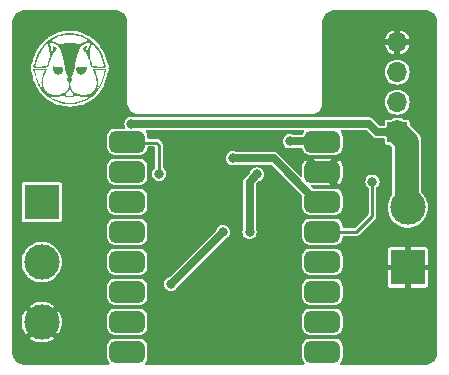
<source format=gbr>
%TF.GenerationSoftware,KiCad,Pcbnew,8.0.4*%
%TF.CreationDate,2024-07-21T20:28:23+02:00*%
%TF.ProjectId,kurumi,6b757275-6d69-42e6-9b69-6361645f7063,rev?*%
%TF.SameCoordinates,Original*%
%TF.FileFunction,Copper,L1,Top*%
%TF.FilePolarity,Positive*%
%FSLAX46Y46*%
G04 Gerber Fmt 4.6, Leading zero omitted, Abs format (unit mm)*
G04 Created by KiCad (PCBNEW 8.0.4) date 2024-07-21 20:28:23*
%MOMM*%
%LPD*%
G01*
G04 APERTURE LIST*
G04 Aperture macros list*
%AMRoundRect*
0 Rectangle with rounded corners*
0 $1 Rounding radius*
0 $2 $3 $4 $5 $6 $7 $8 $9 X,Y pos of 4 corners*
0 Add a 4 corners polygon primitive as box body*
4,1,4,$2,$3,$4,$5,$6,$7,$8,$9,$2,$3,0*
0 Add four circle primitives for the rounded corners*
1,1,$1+$1,$2,$3*
1,1,$1+$1,$4,$5*
1,1,$1+$1,$6,$7*
1,1,$1+$1,$8,$9*
0 Add four rect primitives between the rounded corners*
20,1,$1+$1,$2,$3,$4,$5,0*
20,1,$1+$1,$4,$5,$6,$7,0*
20,1,$1+$1,$6,$7,$8,$9,0*
20,1,$1+$1,$8,$9,$2,$3,0*%
G04 Aperture macros list end*
%TA.AperFunction,EtchedComponent*%
%ADD10C,0.000000*%
%TD*%
%TA.AperFunction,ComponentPad*%
%ADD11R,3.000000X3.000000*%
%TD*%
%TA.AperFunction,ComponentPad*%
%ADD12C,3.000000*%
%TD*%
%TA.AperFunction,ComponentPad*%
%ADD13R,1.700000X1.700000*%
%TD*%
%TA.AperFunction,ComponentPad*%
%ADD14O,1.700000X1.700000*%
%TD*%
%TA.AperFunction,SMDPad,CuDef*%
%ADD15RoundRect,0.450000X-1.050000X-0.450000X1.050000X-0.450000X1.050000X0.450000X-1.050000X0.450000X0*%
%TD*%
%TA.AperFunction,ViaPad*%
%ADD16C,0.800000*%
%TD*%
%TA.AperFunction,Conductor*%
%ADD17C,0.650000*%
%TD*%
%TA.AperFunction,Conductor*%
%ADD18C,2.000000*%
%TD*%
%TA.AperFunction,Conductor*%
%ADD19C,0.250000*%
%TD*%
G04 APERTURE END LIST*
D10*
%TA.AperFunction,EtchedComponent*%
%TO.C,REF\u002A\u002A*%
G36*
X19856506Y-16860722D02*
G01*
X19865563Y-16865072D01*
X19873775Y-16870631D01*
X19881145Y-16877409D01*
X19887677Y-16885416D01*
X19893372Y-16894658D01*
X19898235Y-16905146D01*
X19902267Y-16916889D01*
X19905472Y-16929894D01*
X19907853Y-16944172D01*
X19909412Y-16959730D01*
X19910153Y-16976578D01*
X19910079Y-16994725D01*
X19909191Y-17014179D01*
X19907495Y-17034949D01*
X19904991Y-17057045D01*
X19899656Y-17092980D01*
X19893179Y-17127211D01*
X19885612Y-17159773D01*
X19877007Y-17190705D01*
X19867414Y-17220043D01*
X19856887Y-17247824D01*
X19845476Y-17274086D01*
X19833234Y-17298866D01*
X19820211Y-17322200D01*
X19806461Y-17344126D01*
X19792034Y-17364682D01*
X19776982Y-17383903D01*
X19761357Y-17401827D01*
X19745211Y-17418492D01*
X19728595Y-17433935D01*
X19711562Y-17448192D01*
X19694162Y-17461301D01*
X19676448Y-17473298D01*
X19658471Y-17484222D01*
X19640283Y-17494109D01*
X19621936Y-17502996D01*
X19603482Y-17510920D01*
X19566457Y-17524030D01*
X19529623Y-17533734D01*
X19493392Y-17540330D01*
X19458180Y-17544115D01*
X19424400Y-17545387D01*
X19398384Y-17544674D01*
X19373508Y-17542572D01*
X19349747Y-17539140D01*
X19327076Y-17534433D01*
X19305469Y-17528509D01*
X19284901Y-17521423D01*
X19265346Y-17513234D01*
X19246781Y-17503998D01*
X19229179Y-17493771D01*
X19212514Y-17482611D01*
X19196763Y-17470575D01*
X19181900Y-17457718D01*
X19167899Y-17444099D01*
X19154735Y-17429773D01*
X19142383Y-17414799D01*
X19130818Y-17399231D01*
X19120014Y-17383128D01*
X19109946Y-17366547D01*
X19091919Y-17332175D01*
X19076534Y-17296569D01*
X19063590Y-17260185D01*
X19052884Y-17223478D01*
X19044214Y-17186901D01*
X19037379Y-17150910D01*
X19032177Y-17115959D01*
X19029265Y-17091523D01*
X19027058Y-17069694D01*
X19025617Y-17050297D01*
X19025204Y-17041457D01*
X19025007Y-17033161D01*
X19025033Y-17025386D01*
X19025290Y-17018111D01*
X19025787Y-17011315D01*
X19026531Y-17004975D01*
X19027530Y-16999071D01*
X19028793Y-16993580D01*
X19030326Y-16988481D01*
X19032139Y-16983752D01*
X19034238Y-16979371D01*
X19036633Y-16975318D01*
X19039330Y-16971570D01*
X19042338Y-16968106D01*
X19045664Y-16964903D01*
X19049317Y-16961941D01*
X19053305Y-16959198D01*
X19057635Y-16956652D01*
X19062315Y-16954281D01*
X19067354Y-16952064D01*
X19072759Y-16949979D01*
X19078539Y-16948005D01*
X19091251Y-16944301D01*
X19105556Y-16940780D01*
X19170006Y-16928949D01*
X19266667Y-16915166D01*
X19383461Y-16900613D01*
X19508306Y-16886469D01*
X19733830Y-16864128D01*
X19810347Y-16858290D01*
X19846595Y-16857582D01*
X19846601Y-16857574D01*
X19856506Y-16860722D01*
G37*
%TD.AperFunction*%
%TA.AperFunction,EtchedComponent*%
G36*
X17103605Y-16857589D02*
G01*
X17139852Y-16858296D01*
X17216369Y-16864132D01*
X17441893Y-16886474D01*
X17683533Y-16915173D01*
X17780195Y-16928956D01*
X17844645Y-16940788D01*
X17858955Y-16944306D01*
X17871672Y-16948008D01*
X17882859Y-16952065D01*
X17892579Y-16956652D01*
X17896910Y-16959197D01*
X17900898Y-16961940D01*
X17904551Y-16964902D01*
X17907877Y-16968104D01*
X17910885Y-16971569D01*
X17913582Y-16975317D01*
X17915976Y-16979370D01*
X17918074Y-16983751D01*
X17919886Y-16988480D01*
X17921419Y-16993579D01*
X17922681Y-16999071D01*
X17923679Y-17004975D01*
X17924918Y-17018112D01*
X17925200Y-17033163D01*
X17924588Y-17050301D01*
X17923146Y-17069698D01*
X17920938Y-17091529D01*
X17918026Y-17115966D01*
X17912824Y-17150916D01*
X17905989Y-17186906D01*
X17897320Y-17223482D01*
X17886614Y-17260190D01*
X17873669Y-17296573D01*
X17858284Y-17332179D01*
X17849613Y-17349548D01*
X17840257Y-17366551D01*
X17830189Y-17383133D01*
X17819386Y-17399236D01*
X17807820Y-17414804D01*
X17795468Y-17429778D01*
X17782304Y-17444104D01*
X17768303Y-17457724D01*
X17753440Y-17470581D01*
X17737688Y-17482617D01*
X17721024Y-17493778D01*
X17703422Y-17504005D01*
X17684856Y-17513241D01*
X17665302Y-17521430D01*
X17644733Y-17528516D01*
X17623126Y-17534440D01*
X17600455Y-17539147D01*
X17576693Y-17542580D01*
X17551818Y-17544681D01*
X17525802Y-17545394D01*
X17492021Y-17544123D01*
X17456809Y-17540338D01*
X17420579Y-17533742D01*
X17383745Y-17524037D01*
X17346720Y-17510928D01*
X17309918Y-17494117D01*
X17291731Y-17484230D01*
X17273754Y-17473306D01*
X17256040Y-17461308D01*
X17238640Y-17448200D01*
X17221606Y-17433942D01*
X17204991Y-17418500D01*
X17188844Y-17401835D01*
X17173220Y-17383911D01*
X17158168Y-17364689D01*
X17143741Y-17344134D01*
X17129990Y-17322208D01*
X17116968Y-17298874D01*
X17104725Y-17274094D01*
X17093315Y-17247832D01*
X17082787Y-17220051D01*
X17073195Y-17190713D01*
X17064589Y-17159781D01*
X17057022Y-17127218D01*
X17050546Y-17092988D01*
X17045211Y-17057052D01*
X17043858Y-17045840D01*
X17042708Y-17034961D01*
X17041759Y-17024412D01*
X17041012Y-17014193D01*
X17040468Y-17004303D01*
X17040127Y-16994741D01*
X17039990Y-16985505D01*
X17040055Y-16976596D01*
X17040325Y-16968010D01*
X17040800Y-16959748D01*
X17041479Y-16951808D01*
X17042362Y-16944189D01*
X17043452Y-16936891D01*
X17044747Y-16929911D01*
X17046247Y-16923250D01*
X17047955Y-16916905D01*
X17049869Y-16910876D01*
X17051990Y-16905161D01*
X17054318Y-16899760D01*
X17056854Y-16894672D01*
X17059598Y-16889895D01*
X17062551Y-16885428D01*
X17065712Y-16881270D01*
X17069082Y-16877420D01*
X17072662Y-16873878D01*
X17076451Y-16870641D01*
X17080451Y-16867709D01*
X17084661Y-16865080D01*
X17089081Y-16862754D01*
X17093713Y-16860730D01*
X17098556Y-16859006D01*
X17103611Y-16857582D01*
X17103605Y-16857589D01*
G37*
%TD.AperFunction*%
%TA.AperFunction,EtchedComponent*%
G36*
X18620626Y-14052020D02*
G01*
X18818695Y-14065044D01*
X18934709Y-14078938D01*
X19060590Y-14099491D01*
X19195247Y-14128006D01*
X19337590Y-14165785D01*
X19486531Y-14214132D01*
X19640978Y-14274349D01*
X19799841Y-14347741D01*
X19962031Y-14435609D01*
X20126458Y-14539257D01*
X20292032Y-14659987D01*
X20374908Y-14727166D01*
X20457662Y-14799104D01*
X20540158Y-14875963D01*
X20622259Y-14957908D01*
X20700384Y-15040957D01*
X20774017Y-15124278D01*
X20843301Y-15208148D01*
X20908379Y-15292843D01*
X20969395Y-15378640D01*
X21026492Y-15465815D01*
X21079813Y-15554643D01*
X21129502Y-15645402D01*
X21175701Y-15738366D01*
X21218554Y-15833814D01*
X21258204Y-15932020D01*
X21294795Y-16033261D01*
X21328469Y-16137813D01*
X21359370Y-16245952D01*
X21387641Y-16357955D01*
X21413425Y-16474098D01*
X21417254Y-16499412D01*
X21421495Y-16522747D01*
X21426116Y-16544216D01*
X21431082Y-16563929D01*
X21436361Y-16581997D01*
X21441919Y-16598533D01*
X21447723Y-16613647D01*
X21453740Y-16627450D01*
X21459935Y-16640054D01*
X21466277Y-16651570D01*
X21472730Y-16662110D01*
X21479263Y-16671785D01*
X21485842Y-16680705D01*
X21492433Y-16688983D01*
X21505519Y-16704055D01*
X21530372Y-16731385D01*
X21536116Y-16738280D01*
X21541605Y-16745423D01*
X21546807Y-16752925D01*
X21551688Y-16760897D01*
X21556214Y-16769450D01*
X21560353Y-16778697D01*
X21564070Y-16788747D01*
X21567333Y-16799713D01*
X21570108Y-16811706D01*
X21572362Y-16824836D01*
X21574061Y-16839216D01*
X21575172Y-16854957D01*
X21575172Y-16855468D01*
X21572520Y-16871615D01*
X21563218Y-16886309D01*
X21547696Y-16899605D01*
X21526385Y-16911558D01*
X21499714Y-16922222D01*
X21468114Y-16931651D01*
X21391843Y-16947022D01*
X21301012Y-16958107D01*
X21199060Y-16965341D01*
X21089428Y-16969159D01*
X20975553Y-16969995D01*
X20748839Y-16964464D01*
X20546432Y-16952230D01*
X20395848Y-16936771D01*
X20348589Y-16928921D01*
X20324604Y-16921569D01*
X20313169Y-16908723D01*
X20301099Y-16884660D01*
X20274056Y-16806052D01*
X20201407Y-16549052D01*
X20151823Y-16383317D01*
X20090749Y-16201196D01*
X20055282Y-16105968D01*
X20016197Y-16009017D01*
X19973245Y-15911134D01*
X19953467Y-15869944D01*
X20168788Y-15869944D01*
X20171760Y-15956535D01*
X20180420Y-16039629D01*
X20195413Y-16118186D01*
X20226365Y-16217800D01*
X20259495Y-16329786D01*
X20326342Y-16560112D01*
X20357083Y-16663067D01*
X20384052Y-16747630D01*
X20395657Y-16780610D01*
X20405761Y-16806108D01*
X20414178Y-16823162D01*
X20417696Y-16828222D01*
X20420723Y-16830810D01*
X20467420Y-16837744D01*
X20573353Y-16846790D01*
X20720567Y-16855956D01*
X20891111Y-16863248D01*
X21067031Y-16866673D01*
X21230377Y-16864237D01*
X21301724Y-16860198D01*
X21363195Y-16853946D01*
X21412546Y-16845233D01*
X21447532Y-16833808D01*
X21451340Y-16831639D01*
X21454096Y-16829258D01*
X21455859Y-16826674D01*
X21456686Y-16823891D01*
X21456638Y-16820917D01*
X21455773Y-16817759D01*
X21454149Y-16814422D01*
X21451826Y-16810914D01*
X21448862Y-16807241D01*
X21445316Y-16803409D01*
X21436713Y-16795296D01*
X21426487Y-16786627D01*
X21415108Y-16777455D01*
X21390774Y-16757809D01*
X21378759Y-16747439D01*
X21367472Y-16736776D01*
X21357384Y-16725870D01*
X21352936Y-16720343D01*
X21348964Y-16714774D01*
X21345527Y-16709171D01*
X21342684Y-16703541D01*
X21340492Y-16697889D01*
X21339012Y-16692222D01*
X21311269Y-16561770D01*
X21279176Y-16433065D01*
X21242698Y-16306259D01*
X21201797Y-16181503D01*
X21156439Y-16058950D01*
X21106587Y-15938750D01*
X21052206Y-15821055D01*
X20993260Y-15706017D01*
X20929712Y-15593788D01*
X20861527Y-15484519D01*
X20788668Y-15378362D01*
X20711101Y-15275468D01*
X20628789Y-15175989D01*
X20541697Y-15080077D01*
X20449787Y-14987883D01*
X20353025Y-14899559D01*
X20353027Y-14899658D01*
X20326231Y-14984353D01*
X20291102Y-15105021D01*
X20252820Y-15253336D01*
X20216564Y-15420972D01*
X20200815Y-15509432D01*
X20187516Y-15599601D01*
X20177313Y-15690436D01*
X20170854Y-15780898D01*
X20168788Y-15869944D01*
X19953467Y-15869944D01*
X19926178Y-15813110D01*
X19906303Y-15779778D01*
X19883614Y-15744650D01*
X19858681Y-15708201D01*
X19832071Y-15670902D01*
X19776091Y-15595653D01*
X19720221Y-15522689D01*
X19669005Y-15455797D01*
X19626989Y-15398764D01*
X19610850Y-15375128D01*
X19598716Y-15355376D01*
X19591153Y-15339983D01*
X19589264Y-15334069D01*
X19588731Y-15329422D01*
X19589396Y-15325173D01*
X19591025Y-15320439D01*
X19597018Y-15309651D01*
X19606397Y-15297340D01*
X19618844Y-15283790D01*
X19634044Y-15269283D01*
X19651681Y-15254102D01*
X19671440Y-15238528D01*
X19693003Y-15222846D01*
X19716056Y-15207337D01*
X19740282Y-15192283D01*
X19765365Y-15177969D01*
X19790990Y-15164675D01*
X19816841Y-15152685D01*
X19842602Y-15142282D01*
X19867957Y-15133748D01*
X19892589Y-15127365D01*
X19899724Y-15126401D01*
X19905865Y-15126785D01*
X19911063Y-15128452D01*
X19915367Y-15131337D01*
X19918829Y-15135376D01*
X19921498Y-15140504D01*
X19923424Y-15146656D01*
X19924658Y-15153768D01*
X19925249Y-15170612D01*
X19923674Y-15190518D01*
X19920333Y-15212969D01*
X19915628Y-15237447D01*
X19891204Y-15345279D01*
X19885705Y-15372130D01*
X19881252Y-15397903D01*
X19878246Y-15422081D01*
X19877090Y-15444145D01*
X19877363Y-15449879D01*
X19878212Y-15455894D01*
X19879604Y-15462153D01*
X19881507Y-15468621D01*
X19883888Y-15475261D01*
X19886715Y-15482037D01*
X19889953Y-15488912D01*
X19893572Y-15495850D01*
X19897538Y-15502814D01*
X19901819Y-15509769D01*
X19911193Y-15523505D01*
X19921432Y-15536766D01*
X19932275Y-15549261D01*
X19943462Y-15560700D01*
X19949101Y-15565932D01*
X19954729Y-15570792D01*
X19960311Y-15575242D01*
X19965815Y-15579246D01*
X19971209Y-15582768D01*
X19976459Y-15585772D01*
X19981534Y-15588221D01*
X19986399Y-15590079D01*
X19991024Y-15591309D01*
X19995374Y-15591876D01*
X19999418Y-15591742D01*
X20003122Y-15590872D01*
X20006455Y-15589229D01*
X20009382Y-15586776D01*
X20013881Y-15576822D01*
X20021361Y-15554168D01*
X20043461Y-15477793D01*
X20103600Y-15250005D01*
X20160943Y-15015935D01*
X20179548Y-14931708D01*
X20184757Y-14903950D01*
X20186634Y-14888107D01*
X20185570Y-14874333D01*
X20182278Y-14862490D01*
X20176889Y-14852488D01*
X20169534Y-14844239D01*
X20160343Y-14837652D01*
X20149446Y-14832639D01*
X20136975Y-14829110D01*
X20123061Y-14826977D01*
X20107833Y-14826148D01*
X20091422Y-14826537D01*
X20055577Y-14830604D01*
X20016569Y-14838465D01*
X19975445Y-14849405D01*
X19933250Y-14862709D01*
X19891030Y-14877662D01*
X19810693Y-14909659D01*
X19742797Y-14939679D01*
X19695707Y-14962005D01*
X19654031Y-14983453D01*
X19614451Y-15006051D01*
X19576858Y-15029926D01*
X19541142Y-15055205D01*
X19507191Y-15082016D01*
X19474896Y-15110485D01*
X19444147Y-15140741D01*
X19414832Y-15172910D01*
X19386842Y-15207121D01*
X19360066Y-15243499D01*
X19334394Y-15282173D01*
X19309716Y-15323269D01*
X19285922Y-15366915D01*
X19262900Y-15413239D01*
X19240541Y-15462367D01*
X19218734Y-15514427D01*
X19187907Y-15602376D01*
X19150907Y-15725957D01*
X19110149Y-15875378D01*
X19068049Y-16040846D01*
X19027020Y-16212568D01*
X18989478Y-16380751D01*
X18957838Y-16535602D01*
X18934515Y-16667327D01*
X18917910Y-16794129D01*
X18897026Y-16919069D01*
X18884872Y-16980867D01*
X18871520Y-17042230D01*
X18856928Y-17103168D01*
X18841052Y-17163693D01*
X18823849Y-17223813D01*
X18805277Y-17283540D01*
X18785294Y-17342883D01*
X18763855Y-17401852D01*
X18740919Y-17460459D01*
X18716442Y-17518712D01*
X18690382Y-17576622D01*
X18662697Y-17634200D01*
X18650176Y-17655641D01*
X18638488Y-17676338D01*
X18627888Y-17695732D01*
X18618632Y-17713263D01*
X18610976Y-17728371D01*
X18605176Y-17740498D01*
X18603052Y-17745269D01*
X18601487Y-17749084D01*
X18600515Y-17751875D01*
X18600166Y-17753570D01*
X18600808Y-17761297D01*
X18602652Y-17768740D01*
X18605580Y-17775945D01*
X18609473Y-17782957D01*
X18614210Y-17789823D01*
X18619672Y-17796589D01*
X18632295Y-17810001D01*
X18660990Y-17837637D01*
X18675150Y-17852593D01*
X18681765Y-17860517D01*
X18687912Y-17868798D01*
X18693469Y-17877484D01*
X18698319Y-17886619D01*
X18702341Y-17896249D01*
X18705416Y-17906421D01*
X18707424Y-17917180D01*
X18708247Y-17928572D01*
X18707765Y-17940643D01*
X18705858Y-17953439D01*
X18702407Y-17967006D01*
X18697292Y-17981389D01*
X18690394Y-17996634D01*
X18681593Y-18012788D01*
X18670771Y-18029896D01*
X18657807Y-18048003D01*
X18642582Y-18067156D01*
X18624977Y-18087401D01*
X18612654Y-18102590D01*
X18601277Y-18117982D01*
X18590817Y-18133569D01*
X18581247Y-18149344D01*
X18572538Y-18165300D01*
X18564660Y-18181430D01*
X18551284Y-18214182D01*
X18540892Y-18247542D01*
X18533252Y-18281455D01*
X18528136Y-18315861D01*
X18525315Y-18350704D01*
X18524558Y-18385926D01*
X18525637Y-18421470D01*
X18528321Y-18457279D01*
X18532382Y-18493294D01*
X18537589Y-18529458D01*
X18543713Y-18565715D01*
X18557796Y-18638274D01*
X18561560Y-18652900D01*
X18567012Y-18668690D01*
X18573982Y-18685472D01*
X18582298Y-18703076D01*
X18591789Y-18721328D01*
X18602284Y-18740057D01*
X18613611Y-18759091D01*
X18625598Y-18778258D01*
X18650869Y-18816305D01*
X18676726Y-18852823D01*
X18701798Y-18886436D01*
X18724712Y-18915771D01*
X18750005Y-18944174D01*
X18780686Y-18972930D01*
X18856959Y-19030427D01*
X18951023Y-19086117D01*
X19060374Y-19137858D01*
X19182505Y-19183504D01*
X19314910Y-19220913D01*
X19455084Y-19247940D01*
X19527301Y-19256891D01*
X19600520Y-19262443D01*
X19674429Y-19264327D01*
X19748714Y-19262276D01*
X19823061Y-19256022D01*
X19897158Y-19245297D01*
X19970691Y-19229833D01*
X20043347Y-19209362D01*
X20114812Y-19183616D01*
X20184775Y-19152326D01*
X20252920Y-19115226D01*
X20318936Y-19072047D01*
X20382508Y-19022521D01*
X20443324Y-18966381D01*
X20501071Y-18903357D01*
X20555434Y-18833183D01*
X20606101Y-18755590D01*
X20652759Y-18670310D01*
X20678655Y-18613829D01*
X20700257Y-18555680D01*
X20717780Y-18496078D01*
X20731439Y-18435237D01*
X20741450Y-18373374D01*
X20748026Y-18310703D01*
X20751383Y-18247438D01*
X20751735Y-18183796D01*
X20749299Y-18119990D01*
X20744287Y-18056236D01*
X20736916Y-17992749D01*
X20727400Y-17929744D01*
X20702794Y-17806040D01*
X20672188Y-17686843D01*
X20637301Y-17573874D01*
X20599851Y-17468851D01*
X20561560Y-17373496D01*
X20524144Y-17289529D01*
X20489324Y-17218668D01*
X20458819Y-17162634D01*
X20452966Y-17153190D01*
X20585808Y-17153190D01*
X20586078Y-17155227D01*
X20670967Y-17357405D01*
X20709290Y-17455745D01*
X20744372Y-17552629D01*
X20775846Y-17648340D01*
X20803341Y-17743159D01*
X20826489Y-17837370D01*
X20844922Y-17931255D01*
X20858269Y-18025096D01*
X20866162Y-18119175D01*
X20868231Y-18213777D01*
X20864109Y-18309182D01*
X20853425Y-18405673D01*
X20835811Y-18503533D01*
X20810898Y-18603045D01*
X20778316Y-18704490D01*
X20762859Y-18746849D01*
X20757528Y-18762230D01*
X20753224Y-18775629D01*
X20751709Y-18780977D01*
X20750754Y-18785098D01*
X20750460Y-18787750D01*
X20750592Y-18788448D01*
X20750927Y-18788688D01*
X20752691Y-18788471D01*
X20754768Y-18787831D01*
X20759795Y-18785346D01*
X20765878Y-18781363D01*
X20772890Y-18776009D01*
X20780702Y-18769414D01*
X20789185Y-18761706D01*
X20798211Y-18753014D01*
X20807652Y-18743466D01*
X20817380Y-18733193D01*
X20827265Y-18722321D01*
X20837180Y-18710980D01*
X20846996Y-18699299D01*
X20856584Y-18687407D01*
X20865817Y-18675432D01*
X20874566Y-18663502D01*
X20882702Y-18651748D01*
X20922475Y-18591143D01*
X20960033Y-18530274D01*
X20995448Y-18469275D01*
X21028791Y-18408280D01*
X21060135Y-18347423D01*
X21089552Y-18286838D01*
X21142891Y-18167018D01*
X21189386Y-18049895D01*
X21229612Y-17936540D01*
X21264147Y-17828026D01*
X21293566Y-17725424D01*
X21318446Y-17629807D01*
X21339364Y-17542248D01*
X21371617Y-17395591D01*
X21394938Y-17294031D01*
X21404689Y-17262843D01*
X21409340Y-17252617D01*
X21413936Y-17246147D01*
X21422621Y-17237460D01*
X21430308Y-17229499D01*
X21437011Y-17222196D01*
X21439999Y-17218769D01*
X21442748Y-17215480D01*
X21445258Y-17212320D01*
X21447532Y-17209281D01*
X21449573Y-17206353D01*
X21451382Y-17203529D01*
X21452960Y-17200799D01*
X21454311Y-17198155D01*
X21455435Y-17195587D01*
X21456335Y-17193088D01*
X21457013Y-17190648D01*
X21457471Y-17188259D01*
X21457710Y-17185912D01*
X21457733Y-17183599D01*
X21457542Y-17181309D01*
X21457138Y-17179036D01*
X21456524Y-17176770D01*
X21455701Y-17174502D01*
X21454671Y-17172223D01*
X21453437Y-17169926D01*
X21452001Y-17167600D01*
X21450364Y-17165238D01*
X21448527Y-17162831D01*
X21446495Y-17160370D01*
X21444267Y-17157846D01*
X21441847Y-17155250D01*
X21436977Y-17152641D01*
X21427608Y-17150107D01*
X21396606Y-17145302D01*
X21351310Y-17140913D01*
X21294191Y-17137014D01*
X21227721Y-17133682D01*
X21154371Y-17130994D01*
X20996912Y-17127853D01*
X20996906Y-17127830D01*
X20917728Y-17127521D01*
X20841539Y-17128142D01*
X20770818Y-17129763D01*
X20708048Y-17132451D01*
X20680419Y-17134216D01*
X20655707Y-17136273D01*
X20634224Y-17138631D01*
X20616279Y-17141298D01*
X20602181Y-17144283D01*
X20596672Y-17145897D01*
X20592242Y-17147593D01*
X20588929Y-17149374D01*
X20586771Y-17151239D01*
X20585808Y-17153190D01*
X20452966Y-17153190D01*
X20434349Y-17123148D01*
X20417631Y-17101928D01*
X20415110Y-17096246D01*
X20419518Y-17090730D01*
X20447349Y-17080300D01*
X20497570Y-17070852D01*
X20566629Y-17062595D01*
X20747050Y-17050503D01*
X20960192Y-17045716D01*
X21070152Y-17046590D01*
X21177635Y-17049924D01*
X21279088Y-17055930D01*
X21370958Y-17064818D01*
X21449694Y-17076801D01*
X21511742Y-17092090D01*
X21535398Y-17101040D01*
X21553550Y-17110896D01*
X21565754Y-17121684D01*
X21571565Y-17133430D01*
X21572548Y-17139265D01*
X21573148Y-17144943D01*
X21573329Y-17150551D01*
X21573057Y-17156174D01*
X21572295Y-17161901D01*
X21571008Y-17167816D01*
X21569160Y-17174008D01*
X21566716Y-17180562D01*
X21563640Y-17187564D01*
X21559897Y-17195102D01*
X21555451Y-17203263D01*
X21550267Y-17212131D01*
X21544309Y-17221795D01*
X21537541Y-17232341D01*
X21521434Y-17256423D01*
X21502920Y-17284101D01*
X21495149Y-17296393D01*
X21488212Y-17308129D01*
X21481993Y-17319664D01*
X21476373Y-17331354D01*
X21471236Y-17343553D01*
X21466464Y-17356618D01*
X21461941Y-17370904D01*
X21457548Y-17386767D01*
X21453170Y-17404562D01*
X21448688Y-17424645D01*
X21438947Y-17473096D01*
X21427385Y-17534965D01*
X21357661Y-17839430D01*
X21265718Y-18124252D01*
X21153039Y-18389432D01*
X21021104Y-18634969D01*
X20871395Y-18860863D01*
X20705393Y-19067114D01*
X20524579Y-19253723D01*
X20330435Y-19420689D01*
X20124441Y-19568013D01*
X19908078Y-19695693D01*
X19682828Y-19803730D01*
X19450172Y-19892125D01*
X19211592Y-19960877D01*
X18968568Y-20009986D01*
X18722581Y-20039451D01*
X18475114Y-20049274D01*
X18227646Y-20039454D01*
X17981659Y-20009991D01*
X17738635Y-19960884D01*
X17500054Y-19892135D01*
X17267398Y-19803742D01*
X17042148Y-19695706D01*
X16825786Y-19568027D01*
X16619791Y-19420704D01*
X16603362Y-19406575D01*
X16845201Y-19406575D01*
X16846572Y-19413127D01*
X16862413Y-19433446D01*
X16895038Y-19462170D01*
X16943630Y-19497838D01*
X17007374Y-19538993D01*
X17085454Y-19584174D01*
X17177052Y-19631924D01*
X17281353Y-19680782D01*
X17397540Y-19729291D01*
X17524798Y-19775990D01*
X17662309Y-19819422D01*
X17809258Y-19858126D01*
X17964829Y-19890644D01*
X18128204Y-19915517D01*
X18298568Y-19931286D01*
X18475105Y-19936492D01*
X18564094Y-19935301D01*
X18651642Y-19931287D01*
X18737646Y-19924632D01*
X18822006Y-19915519D01*
X18904618Y-19904129D01*
X18985381Y-19890647D01*
X19064193Y-19875253D01*
X19140952Y-19858130D01*
X19215555Y-19839461D01*
X19287901Y-19819428D01*
X19357887Y-19798213D01*
X19425412Y-19775998D01*
X19490374Y-19752967D01*
X19552670Y-19729301D01*
X19668857Y-19680794D01*
X19773158Y-19631936D01*
X19864757Y-19584188D01*
X19942836Y-19539006D01*
X20006580Y-19497851D01*
X20055173Y-19462181D01*
X20087798Y-19433455D01*
X20097867Y-19422152D01*
X20103638Y-19413132D01*
X20105010Y-19406578D01*
X20101879Y-19402671D01*
X20090240Y-19400516D01*
X20067625Y-19400920D01*
X19992747Y-19406968D01*
X19883801Y-19415939D01*
X19747342Y-19422956D01*
X19670844Y-19424209D01*
X19589926Y-19423144D01*
X19505408Y-19419153D01*
X19418110Y-19411626D01*
X19328850Y-19399954D01*
X19238449Y-19383526D01*
X19147725Y-19361734D01*
X19057499Y-19333968D01*
X19032552Y-19326027D01*
X19010508Y-19319217D01*
X18991142Y-19313579D01*
X18974233Y-19309153D01*
X18966630Y-19307406D01*
X18959557Y-19305978D01*
X18952986Y-19304871D01*
X18946891Y-19304093D01*
X18941243Y-19303647D01*
X18936013Y-19303539D01*
X18931175Y-19303773D01*
X18926700Y-19304355D01*
X18922561Y-19305289D01*
X18918729Y-19306580D01*
X18915177Y-19308234D01*
X18911878Y-19310255D01*
X18908802Y-19312649D01*
X18905923Y-19315420D01*
X18903212Y-19318573D01*
X18900642Y-19322113D01*
X18898184Y-19326045D01*
X18895812Y-19330374D01*
X18893496Y-19335106D01*
X18891210Y-19340244D01*
X18886613Y-19351761D01*
X18881799Y-19364966D01*
X18878887Y-19372889D01*
X18875955Y-19380379D01*
X18872994Y-19387436D01*
X18869998Y-19394059D01*
X18866959Y-19400248D01*
X18863869Y-19406000D01*
X18860722Y-19411316D01*
X18857510Y-19416195D01*
X18855877Y-19418470D01*
X18854224Y-19420635D01*
X18852552Y-19422691D01*
X18850859Y-19424636D01*
X18849144Y-19426472D01*
X18847406Y-19428197D01*
X18845645Y-19429812D01*
X18843859Y-19431317D01*
X18842047Y-19432711D01*
X18840209Y-19433995D01*
X18838343Y-19435168D01*
X18836449Y-19436230D01*
X18834525Y-19437181D01*
X18832571Y-19438021D01*
X18830586Y-19438750D01*
X18828569Y-19439368D01*
X18815023Y-19442298D01*
X18789236Y-19444828D01*
X18707935Y-19448692D01*
X18598645Y-19450978D01*
X18475345Y-19451705D01*
X18352014Y-19450890D01*
X18242633Y-19448550D01*
X18161180Y-19444704D01*
X18135296Y-19442221D01*
X18121635Y-19439368D01*
X18117633Y-19438020D01*
X18113756Y-19436228D01*
X18109996Y-19433992D01*
X18106346Y-19431314D01*
X18102798Y-19428194D01*
X18099345Y-19424633D01*
X18095980Y-19420632D01*
X18092695Y-19416192D01*
X18089483Y-19411314D01*
X18086335Y-19405998D01*
X18083246Y-19400246D01*
X18080207Y-19394058D01*
X18077211Y-19387435D01*
X18074250Y-19380379D01*
X18071317Y-19372889D01*
X18068405Y-19364966D01*
X18065360Y-19356514D01*
X18062431Y-19348738D01*
X18059564Y-19341625D01*
X18056705Y-19335166D01*
X18053800Y-19329348D01*
X18052313Y-19326676D01*
X18050794Y-19324160D01*
X18049237Y-19321799D01*
X18047634Y-19319591D01*
X18045979Y-19317535D01*
X18044265Y-19315630D01*
X18042486Y-19313874D01*
X18040634Y-19312265D01*
X18038702Y-19310803D01*
X18036685Y-19309486D01*
X18034574Y-19308312D01*
X18032364Y-19307280D01*
X18030048Y-19306389D01*
X18027619Y-19305637D01*
X18025069Y-19305023D01*
X18022393Y-19304545D01*
X18019583Y-19304203D01*
X18016634Y-19303994D01*
X18013537Y-19303917D01*
X18010286Y-19303971D01*
X18006875Y-19304154D01*
X18003296Y-19304465D01*
X18003298Y-19304465D01*
X17993983Y-19305754D01*
X17983568Y-19307740D01*
X17971958Y-19310418D01*
X17959061Y-19313781D01*
X17944782Y-19317823D01*
X17929026Y-19322539D01*
X17892712Y-19333968D01*
X17847712Y-19348636D01*
X17802485Y-19361734D01*
X17757134Y-19373339D01*
X17711762Y-19383526D01*
X17666470Y-19392372D01*
X17621360Y-19399954D01*
X17532101Y-19411626D01*
X17444802Y-19419153D01*
X17360284Y-19423144D01*
X17279367Y-19424209D01*
X17202869Y-19422956D01*
X17131610Y-19419997D01*
X17066410Y-19415939D01*
X16957463Y-19406968D01*
X16882585Y-19400920D01*
X16859971Y-19400516D01*
X16852728Y-19401235D01*
X16848332Y-19402671D01*
X16845201Y-19406575D01*
X16603362Y-19406575D01*
X16425646Y-19253739D01*
X16244832Y-19067130D01*
X16078829Y-18860877D01*
X15929120Y-18634982D01*
X15797185Y-18389443D01*
X15684505Y-18124260D01*
X15592562Y-17839434D01*
X15522837Y-17534965D01*
X15511276Y-17473085D01*
X15506236Y-17447357D01*
X15501534Y-17424629D01*
X15497052Y-17404545D01*
X15492674Y-17386750D01*
X15488281Y-17370888D01*
X15483758Y-17356604D01*
X15478986Y-17343541D01*
X15473849Y-17331344D01*
X15468229Y-17319657D01*
X15462009Y-17308124D01*
X15455072Y-17296390D01*
X15447301Y-17284099D01*
X15428787Y-17256423D01*
X15420290Y-17243840D01*
X15412675Y-17232315D01*
X15405905Y-17221762D01*
X15399946Y-17212094D01*
X15394761Y-17203224D01*
X15390316Y-17195064D01*
X15386573Y-17187529D01*
X15384844Y-17183593D01*
X15492469Y-17183593D01*
X15492492Y-17185904D01*
X15492731Y-17188248D01*
X15493189Y-17190634D01*
X15493867Y-17193071D01*
X15494767Y-17195568D01*
X15495891Y-17198133D01*
X15497242Y-17200776D01*
X15498820Y-17203505D01*
X15500629Y-17206329D01*
X15502669Y-17209256D01*
X15507454Y-17215457D01*
X15513191Y-17222179D01*
X15519894Y-17229492D01*
X15527581Y-17237465D01*
X15536266Y-17246170D01*
X15545508Y-17262861D01*
X15555243Y-17294045D01*
X15578505Y-17395601D01*
X15610676Y-17542258D01*
X15656379Y-17725435D01*
X15685749Y-17828039D01*
X15720237Y-17936555D01*
X15760420Y-18049912D01*
X15806875Y-18167037D01*
X15860181Y-18286858D01*
X15920915Y-18408302D01*
X15989657Y-18530297D01*
X16066983Y-18651771D01*
X16075118Y-18663516D01*
X16083866Y-18675439D01*
X16093098Y-18687410D01*
X16102686Y-18699300D01*
X16112502Y-18710979D01*
X16122416Y-18722320D01*
X16132302Y-18733193D01*
X16142029Y-18743469D01*
X16151471Y-18753019D01*
X16160497Y-18761715D01*
X16168981Y-18769426D01*
X16176793Y-18776024D01*
X16183805Y-18781381D01*
X16189889Y-18785367D01*
X16192542Y-18786806D01*
X16194916Y-18787853D01*
X16196993Y-18788494D01*
X16198757Y-18788711D01*
X16199092Y-18788471D01*
X16199224Y-18787773D01*
X16198930Y-18785122D01*
X16197975Y-18781001D01*
X16196461Y-18775653D01*
X16192157Y-18762255D01*
X16186825Y-18746875D01*
X16171368Y-18704513D01*
X16138786Y-18603067D01*
X16113873Y-18503556D01*
X16096258Y-18405696D01*
X16085574Y-18309205D01*
X16081451Y-18213800D01*
X16083521Y-18119198D01*
X16091413Y-18025118D01*
X16104760Y-17931277D01*
X16123192Y-17837393D01*
X16146340Y-17743182D01*
X16173835Y-17648363D01*
X16205308Y-17552652D01*
X16240391Y-17455768D01*
X16278714Y-17357428D01*
X16363604Y-17155250D01*
X16363879Y-17153195D01*
X16362923Y-17151229D01*
X16357473Y-17147560D01*
X16347563Y-17144232D01*
X16333500Y-17141238D01*
X16294155Y-17136211D01*
X16241907Y-17132402D01*
X16179227Y-17129737D01*
X16108585Y-17128140D01*
X16032450Y-17127537D01*
X15953293Y-17127853D01*
X15953289Y-17127876D01*
X15873591Y-17129053D01*
X15795831Y-17131031D01*
X15722480Y-17133731D01*
X15656011Y-17137074D01*
X15598892Y-17140979D01*
X15553596Y-17145367D01*
X15536154Y-17147717D01*
X15522594Y-17150158D01*
X15513225Y-17152680D01*
X15510208Y-17153968D01*
X15508356Y-17155273D01*
X15503707Y-17160392D01*
X15499839Y-17165257D01*
X15498201Y-17167617D01*
X15496765Y-17169939D01*
X15495531Y-17172234D01*
X15494501Y-17174510D01*
X15493678Y-17176774D01*
X15493064Y-17179037D01*
X15492660Y-17181307D01*
X15492469Y-17183593D01*
X15384844Y-17183593D01*
X15383498Y-17180530D01*
X15382200Y-17177205D01*
X15381055Y-17173981D01*
X15380060Y-17170849D01*
X15379209Y-17167796D01*
X15378498Y-17164812D01*
X15377923Y-17161886D01*
X15377479Y-17159007D01*
X15377162Y-17156165D01*
X15376967Y-17153348D01*
X15376891Y-17150546D01*
X15376927Y-17147747D01*
X15377073Y-17144941D01*
X15377674Y-17139265D01*
X15378657Y-17133430D01*
X15384469Y-17121684D01*
X15396673Y-17110896D01*
X15414825Y-17101040D01*
X15438481Y-17092090D01*
X15500529Y-17076801D01*
X15579265Y-17064818D01*
X15671136Y-17055930D01*
X15772589Y-17049924D01*
X15880071Y-17046590D01*
X15990031Y-17045716D01*
X16203173Y-17050503D01*
X16299250Y-17055742D01*
X16383594Y-17062595D01*
X16452653Y-17070852D01*
X16502874Y-17080300D01*
X16530704Y-17090730D01*
X16535113Y-17096246D01*
X16532592Y-17101928D01*
X16515868Y-17123143D01*
X16491380Y-17162626D01*
X16425996Y-17289517D01*
X16388541Y-17373484D01*
X16350206Y-17468840D01*
X16312710Y-17573863D01*
X16277775Y-17686835D01*
X16247120Y-17806033D01*
X16222468Y-17929740D01*
X16205538Y-18056234D01*
X16198051Y-18183795D01*
X16198386Y-18247438D01*
X16201727Y-18310703D01*
X16208290Y-18373375D01*
X16218289Y-18435238D01*
X16231939Y-18496079D01*
X16249455Y-18555681D01*
X16271053Y-18613830D01*
X16296947Y-18670310D01*
X16343606Y-18755590D01*
X16394278Y-18833183D01*
X16448648Y-18903357D01*
X16506404Y-18966381D01*
X16567232Y-19022521D01*
X16630818Y-19072047D01*
X16696849Y-19115226D01*
X16765012Y-19152326D01*
X16834993Y-19183616D01*
X16906479Y-19209362D01*
X16979157Y-19229833D01*
X17052712Y-19245297D01*
X17126832Y-19256022D01*
X17201203Y-19262276D01*
X17275512Y-19264327D01*
X17349444Y-19262443D01*
X17422688Y-19256891D01*
X17494929Y-19247940D01*
X17565854Y-19235858D01*
X17635150Y-19220913D01*
X17683258Y-19207325D01*
X18165758Y-19207325D01*
X18165927Y-19212348D01*
X18166280Y-19217560D01*
X18167466Y-19228677D01*
X18169178Y-19240928D01*
X18173761Y-19273307D01*
X18176122Y-19286183D01*
X18179256Y-19297072D01*
X18183706Y-19306138D01*
X18186594Y-19310039D01*
X18190016Y-19313547D01*
X18194038Y-19316682D01*
X18198730Y-19319465D01*
X18210392Y-19324057D01*
X18225547Y-19327488D01*
X18244737Y-19329926D01*
X18268508Y-19331534D01*
X18297403Y-19332478D01*
X18372740Y-19333038D01*
X18475101Y-19332931D01*
X18577452Y-19333038D01*
X18618224Y-19332924D01*
X18652785Y-19332477D01*
X18681679Y-19331532D01*
X18694171Y-19330821D01*
X18705450Y-19329924D01*
X18715584Y-19328819D01*
X18724641Y-19327486D01*
X18732690Y-19325905D01*
X18739798Y-19324054D01*
X18746032Y-19321913D01*
X18751462Y-19319461D01*
X18756155Y-19316678D01*
X18760179Y-19313543D01*
X18763602Y-19310036D01*
X18766491Y-19306134D01*
X18768916Y-19301819D01*
X18770944Y-19297068D01*
X18772642Y-19291862D01*
X18774080Y-19286180D01*
X18775324Y-19280001D01*
X18776443Y-19273304D01*
X18781027Y-19240928D01*
X18782738Y-19228678D01*
X18783926Y-19217561D01*
X18784449Y-19207328D01*
X18784170Y-19197729D01*
X18782947Y-19188513D01*
X18781938Y-19183970D01*
X18780642Y-19179430D01*
X18779039Y-19174861D01*
X18777114Y-19170231D01*
X18774848Y-19165510D01*
X18772225Y-19160666D01*
X18765834Y-19150483D01*
X18757803Y-19139434D01*
X18747991Y-19127269D01*
X18736259Y-19113736D01*
X18722467Y-19098587D01*
X18706476Y-19081571D01*
X18667337Y-19040938D01*
X18658399Y-19031524D01*
X18649228Y-19021495D01*
X18630456Y-18999977D01*
X18611557Y-18977155D01*
X18593071Y-18953798D01*
X18575535Y-18930676D01*
X18559488Y-18908556D01*
X18545467Y-18888210D01*
X18534012Y-18870406D01*
X18534014Y-18870406D01*
X18514952Y-18837764D01*
X18506919Y-18824876D01*
X18499671Y-18814289D01*
X18496291Y-18809862D01*
X18493048Y-18806014D01*
X18489921Y-18802746D01*
X18486890Y-18800061D01*
X18483935Y-18797958D01*
X18481037Y-18796439D01*
X18478174Y-18795505D01*
X18475328Y-18795158D01*
X18472478Y-18795399D01*
X18469605Y-18796230D01*
X18466687Y-18797650D01*
X18463706Y-18799662D01*
X18460641Y-18802267D01*
X18457472Y-18805466D01*
X18454180Y-18809261D01*
X18450743Y-18813652D01*
X18443359Y-18824228D01*
X18435159Y-18837206D01*
X18425984Y-18852596D01*
X18415674Y-18870406D01*
X18404241Y-18888204D01*
X18390278Y-18908547D01*
X18374313Y-18930665D01*
X18356872Y-18953790D01*
X18338480Y-18977149D01*
X18319664Y-18999974D01*
X18300950Y-19021494D01*
X18291797Y-19031524D01*
X18282865Y-19040938D01*
X18243741Y-19081562D01*
X18227754Y-19098576D01*
X18213964Y-19113723D01*
X18202233Y-19127255D01*
X18197096Y-19133493D01*
X18192421Y-19139421D01*
X18188191Y-19145070D01*
X18184388Y-19150471D01*
X18180996Y-19155655D01*
X18177996Y-19160654D01*
X18175371Y-19165499D01*
X18173104Y-19170221D01*
X18171178Y-19174852D01*
X18169574Y-19179422D01*
X18168276Y-19183963D01*
X18167266Y-19188506D01*
X18166527Y-19193083D01*
X18166041Y-19197724D01*
X18165790Y-19202461D01*
X18165758Y-19207325D01*
X17683258Y-19207325D01*
X17767599Y-19183504D01*
X17889769Y-19137858D01*
X17999153Y-19086117D01*
X18093243Y-19030427D01*
X18133769Y-19001770D01*
X18169531Y-18972930D01*
X18200217Y-18944174D01*
X18225512Y-18915771D01*
X18248404Y-18886443D01*
X18273417Y-18852834D01*
X18299191Y-18816317D01*
X18324367Y-18778270D01*
X18336306Y-18759101D01*
X18347586Y-18740066D01*
X18358037Y-18721336D01*
X18367488Y-18703082D01*
X18375771Y-18685477D01*
X18382716Y-18668693D01*
X18388151Y-18652901D01*
X18391909Y-18638274D01*
X18405990Y-18565713D01*
X18412115Y-18529455D01*
X18417322Y-18493290D01*
X18421382Y-18457275D01*
X18424067Y-18421467D01*
X18425145Y-18385923D01*
X18424389Y-18350701D01*
X18421567Y-18315859D01*
X18416452Y-18281453D01*
X18408813Y-18247541D01*
X18403975Y-18230788D01*
X18398420Y-18214180D01*
X18392120Y-18197725D01*
X18385045Y-18181429D01*
X18377167Y-18165299D01*
X18368458Y-18149344D01*
X18358888Y-18133569D01*
X18348428Y-18117982D01*
X18337051Y-18102590D01*
X18324728Y-18087401D01*
X18307123Y-18067156D01*
X18291897Y-18048003D01*
X18278933Y-18029896D01*
X18268110Y-18012788D01*
X18259309Y-17996634D01*
X18252411Y-17981389D01*
X18247295Y-17967006D01*
X18243844Y-17953439D01*
X18241936Y-17940643D01*
X18241453Y-17928572D01*
X18242276Y-17917180D01*
X18244284Y-17906421D01*
X18247358Y-17896249D01*
X18251380Y-17886619D01*
X18256229Y-17877484D01*
X18261786Y-17868798D01*
X18267932Y-17860517D01*
X18274547Y-17852593D01*
X18288706Y-17837637D01*
X18317399Y-17810001D01*
X18330022Y-17796589D01*
X18335484Y-17789823D01*
X18340221Y-17782957D01*
X18344113Y-17775945D01*
X18347042Y-17768740D01*
X18348886Y-17761297D01*
X18349527Y-17753570D01*
X18349184Y-17751875D01*
X18348228Y-17749086D01*
X18344599Y-17740503D01*
X18338882Y-17728379D01*
X18331321Y-17713274D01*
X18322161Y-17695745D01*
X18311644Y-17676351D01*
X18300015Y-17655650D01*
X18287517Y-17634200D01*
X18259831Y-17576622D01*
X18233771Y-17518712D01*
X18209295Y-17460459D01*
X18186358Y-17401852D01*
X18164920Y-17342883D01*
X18144936Y-17283540D01*
X18126364Y-17223813D01*
X18109162Y-17163693D01*
X18093286Y-17103168D01*
X18078693Y-17042230D01*
X18053188Y-16919069D01*
X18032304Y-16794129D01*
X18015699Y-16667327D01*
X17992377Y-16535602D01*
X17960737Y-16380750D01*
X17923195Y-16212566D01*
X17882166Y-16040844D01*
X17840065Y-15875375D01*
X17799307Y-15725954D01*
X17762306Y-15602373D01*
X17731479Y-15514427D01*
X17709666Y-15462367D01*
X17687291Y-15413239D01*
X17664244Y-15366915D01*
X17640416Y-15323269D01*
X17615699Y-15282173D01*
X17589984Y-15243499D01*
X17563161Y-15207121D01*
X17535123Y-15172910D01*
X17505760Y-15140741D01*
X17474964Y-15110485D01*
X17442625Y-15082016D01*
X17408635Y-15055205D01*
X17372885Y-15029926D01*
X17335267Y-15006051D01*
X17295671Y-14983453D01*
X17253988Y-14962005D01*
X17206921Y-14939679D01*
X17139084Y-14909659D01*
X17099987Y-14893551D01*
X17058830Y-14877662D01*
X17016656Y-14862709D01*
X16974509Y-14849405D01*
X16933433Y-14838465D01*
X16894473Y-14830604D01*
X16876112Y-14828052D01*
X16858671Y-14826537D01*
X16842281Y-14826148D01*
X16827072Y-14826977D01*
X16813174Y-14829110D01*
X16800719Y-14832639D01*
X16789836Y-14837652D01*
X16780657Y-14844239D01*
X16773311Y-14852488D01*
X16767929Y-14862490D01*
X16764642Y-14874333D01*
X16763580Y-14888107D01*
X16765457Y-14903946D01*
X16770665Y-14931701D01*
X16789270Y-15015925D01*
X16846613Y-15249996D01*
X16906751Y-15477790D01*
X16928851Y-15554167D01*
X16936331Y-15576822D01*
X16940829Y-15586776D01*
X16943757Y-15589227D01*
X16947089Y-15590869D01*
X16950793Y-15591738D01*
X16954836Y-15591870D01*
X16959187Y-15591302D01*
X16963811Y-15590070D01*
X16968677Y-15588211D01*
X16973751Y-15585761D01*
X16979002Y-15582756D01*
X16984395Y-15579233D01*
X16995482Y-15570777D01*
X17006749Y-15560684D01*
X17017935Y-15549244D01*
X17028779Y-15536748D01*
X17039018Y-15523487D01*
X17048392Y-15509753D01*
X17056639Y-15495835D01*
X17063496Y-15482024D01*
X17066323Y-15475250D01*
X17068704Y-15468612D01*
X17070607Y-15462146D01*
X17071999Y-15455888D01*
X17072848Y-15449876D01*
X17073120Y-15444145D01*
X17072798Y-15433409D01*
X17071964Y-15422081D01*
X17068959Y-15397903D01*
X17064506Y-15372130D01*
X17059007Y-15345279D01*
X17034583Y-15237447D01*
X17029878Y-15212969D01*
X17026537Y-15190518D01*
X17024961Y-15170612D01*
X17024961Y-15161775D01*
X17025552Y-15153768D01*
X17026786Y-15146656D01*
X17028712Y-15140504D01*
X17031381Y-15135376D01*
X17034842Y-15131337D01*
X17039147Y-15128452D01*
X17044345Y-15126785D01*
X17050486Y-15126401D01*
X17057620Y-15127365D01*
X17069825Y-15130268D01*
X17082247Y-15133745D01*
X17094847Y-15137760D01*
X17107585Y-15142277D01*
X17120423Y-15147262D01*
X17133320Y-15152679D01*
X17159138Y-15164668D01*
X17184724Y-15177960D01*
X17209764Y-15192275D01*
X17233943Y-15207328D01*
X17256948Y-15222837D01*
X17278463Y-15238520D01*
X17298174Y-15254094D01*
X17315768Y-15269277D01*
X17330929Y-15283785D01*
X17337499Y-15290698D01*
X17343343Y-15297336D01*
X17348421Y-15303664D01*
X17352696Y-15309648D01*
X17356126Y-15315250D01*
X17358673Y-15320437D01*
X17360297Y-15325173D01*
X17360960Y-15329422D01*
X17360426Y-15334068D01*
X17358538Y-15339982D01*
X17350988Y-15355374D01*
X17338876Y-15375125D01*
X17322769Y-15398760D01*
X17280835Y-15455793D01*
X17229716Y-15522686D01*
X17173945Y-15595651D01*
X17118052Y-15670901D01*
X17091477Y-15708200D01*
X17066570Y-15744650D01*
X17043899Y-15779778D01*
X17024030Y-15813110D01*
X16976963Y-15911134D01*
X16934011Y-16009017D01*
X16894926Y-16105968D01*
X16859459Y-16201196D01*
X16827362Y-16293909D01*
X16798385Y-16383317D01*
X16748801Y-16549052D01*
X16676152Y-16806052D01*
X16662064Y-16850173D01*
X16649109Y-16884660D01*
X16637039Y-16908723D01*
X16631258Y-16916597D01*
X16625605Y-16921569D01*
X16601621Y-16928935D01*
X16554362Y-16936797D01*
X16403779Y-16952272D01*
X16201371Y-16964515D01*
X15974656Y-16970047D01*
X15860782Y-16969208D01*
X15751149Y-16965387D01*
X15649197Y-16958148D01*
X15558365Y-16947057D01*
X15482094Y-16931678D01*
X15450493Y-16922245D01*
X15423822Y-16911577D01*
X15402511Y-16899620D01*
X15386989Y-16886319D01*
X15377687Y-16871620D01*
X15375035Y-16855468D01*
X15375035Y-16854957D01*
X15376142Y-16839217D01*
X15377838Y-16824837D01*
X15378018Y-16823789D01*
X15493521Y-16823789D01*
X15494349Y-16826572D01*
X15496112Y-16829158D01*
X15498867Y-16831539D01*
X15502675Y-16833709D01*
X15518233Y-16839785D01*
X15537662Y-16845151D01*
X15587013Y-16853880D01*
X15648484Y-16860144D01*
X15719831Y-16864193D01*
X15798810Y-16866277D01*
X15883177Y-16866644D01*
X16059097Y-16863224D01*
X16229641Y-16855927D01*
X16376855Y-16846747D01*
X16482787Y-16837677D01*
X16529485Y-16830711D01*
X16536030Y-16823063D01*
X16544448Y-16806009D01*
X16566158Y-16747531D01*
X16593127Y-16662968D01*
X16623867Y-16560012D01*
X16690714Y-16329687D01*
X16723844Y-16217701D01*
X16754795Y-16118087D01*
X16763124Y-16079441D01*
X16769789Y-16039530D01*
X16778448Y-15956436D01*
X16781421Y-15869845D01*
X16779354Y-15780798D01*
X16772895Y-15690337D01*
X16762693Y-15599502D01*
X16749393Y-15509333D01*
X16733645Y-15420872D01*
X16716094Y-15335160D01*
X16697389Y-15253237D01*
X16659107Y-15104922D01*
X16623978Y-14984254D01*
X16597182Y-14899559D01*
X16597182Y-14899460D01*
X16500419Y-14987784D01*
X16408510Y-15079978D01*
X16321417Y-15175890D01*
X16239105Y-15275370D01*
X16161538Y-15378264D01*
X16088679Y-15484422D01*
X16020494Y-15593691D01*
X15956946Y-15705921D01*
X15898000Y-15820959D01*
X15843619Y-15938654D01*
X15793767Y-16058854D01*
X15748409Y-16181407D01*
X15707509Y-16306163D01*
X15671030Y-16432968D01*
X15638938Y-16561672D01*
X15611195Y-16692123D01*
X15609715Y-16697788D01*
X15607523Y-16703439D01*
X15604680Y-16709069D01*
X15601242Y-16714670D01*
X15597271Y-16720238D01*
X15592823Y-16725764D01*
X15587958Y-16731244D01*
X15582735Y-16736669D01*
X15571448Y-16747332D01*
X15559433Y-16757701D01*
X15535099Y-16777347D01*
X15523721Y-16786520D01*
X15513495Y-16795189D01*
X15504892Y-16803303D01*
X15501346Y-16807136D01*
X15498382Y-16810810D01*
X15496059Y-16814318D01*
X15494435Y-16817656D01*
X15493570Y-16820815D01*
X15493521Y-16823789D01*
X15378018Y-16823789D01*
X15380089Y-16811707D01*
X15382861Y-16799715D01*
X15386122Y-16788750D01*
X15389838Y-16778701D01*
X15393975Y-16769456D01*
X15398500Y-16760904D01*
X15408582Y-16745434D01*
X15419816Y-16731399D01*
X15444672Y-16704075D01*
X15457760Y-16689005D01*
X15470932Y-16671808D01*
X15483922Y-16651594D01*
X15490264Y-16640077D01*
X15496461Y-16627473D01*
X15502479Y-16613668D01*
X15508284Y-16598553D01*
X15513843Y-16582015D01*
X15519123Y-16563944D01*
X15524090Y-16544228D01*
X15528711Y-16522756D01*
X15532953Y-16499416D01*
X15536782Y-16474098D01*
X15562560Y-16357955D01*
X15590815Y-16245952D01*
X15621690Y-16137813D01*
X15655331Y-16033261D01*
X15691883Y-15932020D01*
X15731489Y-15833814D01*
X15774295Y-15738366D01*
X15820446Y-15645402D01*
X15870087Y-15554643D01*
X15923361Y-15465815D01*
X15980415Y-15378640D01*
X16041392Y-15292843D01*
X16106437Y-15208148D01*
X16175696Y-15124278D01*
X16249313Y-15040957D01*
X16327432Y-14957908D01*
X16409702Y-14875776D01*
X16492373Y-14798752D01*
X16575306Y-14726672D01*
X16640007Y-14674248D01*
X16910342Y-14674248D01*
X16920763Y-14683216D01*
X16937954Y-14692066D01*
X16961314Y-14701037D01*
X16990241Y-14710368D01*
X17149592Y-14756061D01*
X17247034Y-14787272D01*
X17298091Y-14805804D01*
X17349903Y-14826606D01*
X17401870Y-14849915D01*
X17453389Y-14875971D01*
X17503860Y-14905013D01*
X17552680Y-14937279D01*
X17574734Y-14952753D01*
X17594652Y-14966187D01*
X17612793Y-14977595D01*
X17629515Y-14986995D01*
X17637456Y-14990947D01*
X17645177Y-14994404D01*
X17652721Y-14997366D01*
X17660135Y-14999837D01*
X17667462Y-15001818D01*
X17674748Y-15003312D01*
X17682037Y-15004320D01*
X17689374Y-15004844D01*
X17696804Y-15004888D01*
X17704371Y-15004452D01*
X17712121Y-15003538D01*
X17720097Y-15002150D01*
X17728346Y-15000288D01*
X17736911Y-14997956D01*
X17755170Y-14991886D01*
X17775232Y-14983957D01*
X17797456Y-14974185D01*
X17822199Y-14962588D01*
X17849819Y-14949180D01*
X17849819Y-14949699D01*
X17911613Y-14922475D01*
X17979955Y-14898879D01*
X18053908Y-14878914D01*
X18132538Y-14862578D01*
X18214908Y-14849872D01*
X18300085Y-14840796D01*
X18387132Y-14835349D01*
X18475113Y-14833533D01*
X18563095Y-14835347D01*
X18650141Y-14840792D01*
X18735316Y-14849866D01*
X18817685Y-14862571D01*
X18896312Y-14878907D01*
X18970262Y-14898874D01*
X19038599Y-14922471D01*
X19100389Y-14949699D01*
X19100389Y-14949180D01*
X19128010Y-14962588D01*
X19152753Y-14974185D01*
X19174976Y-14983956D01*
X19195038Y-14991885D01*
X19204371Y-14995153D01*
X19213297Y-14997954D01*
X19221862Y-15000287D01*
X19230111Y-15002148D01*
X19238088Y-15003536D01*
X19245837Y-15004449D01*
X19253405Y-15004885D01*
X19260834Y-15004842D01*
X19268171Y-15004317D01*
X19275460Y-15003309D01*
X19282746Y-15001815D01*
X19290073Y-14999834D01*
X19297487Y-14997363D01*
X19305031Y-14994400D01*
X19312752Y-14990944D01*
X19320692Y-14986992D01*
X19328898Y-14982542D01*
X19337414Y-14977592D01*
X19355556Y-14966184D01*
X19375474Y-14952752D01*
X19397527Y-14937279D01*
X19421694Y-14920726D01*
X19446348Y-14905009D01*
X19471415Y-14890099D01*
X19496819Y-14875966D01*
X19548338Y-14849909D01*
X19600305Y-14826600D01*
X19652118Y-14805800D01*
X19703176Y-14787270D01*
X19752876Y-14770771D01*
X19800617Y-14756064D01*
X19959969Y-14710378D01*
X19988896Y-14701047D01*
X20012255Y-14692074D01*
X20029445Y-14683221D01*
X20035539Y-14678764D01*
X20039865Y-14674248D01*
X19969788Y-14614349D01*
X19894346Y-14558315D01*
X19813896Y-14506145D01*
X19728796Y-14457839D01*
X19639404Y-14413399D01*
X19546077Y-14372822D01*
X19349051Y-14303263D01*
X19140578Y-14249161D01*
X18923521Y-14210517D01*
X18700742Y-14187331D01*
X18475100Y-14179603D01*
X18249459Y-14187332D01*
X18026679Y-14210519D01*
X17809623Y-14249163D01*
X17601151Y-14303265D01*
X17404126Y-14372824D01*
X17310800Y-14413401D01*
X17221408Y-14457841D01*
X17136309Y-14506146D01*
X17055860Y-14558316D01*
X16980418Y-14614350D01*
X16910342Y-14674248D01*
X16640007Y-14674248D01*
X16658363Y-14659374D01*
X16741407Y-14596692D01*
X16824300Y-14538464D01*
X16906905Y-14484523D01*
X16989083Y-14434708D01*
X17070696Y-14388853D01*
X17151607Y-14346794D01*
X17231678Y-14308368D01*
X17310772Y-14273411D01*
X17465474Y-14213245D01*
X17614612Y-14164984D01*
X17757082Y-14127316D01*
X17891783Y-14098928D01*
X18017613Y-14078508D01*
X18133469Y-14064744D01*
X18238248Y-14056323D01*
X18330848Y-14051933D01*
X18475103Y-14049995D01*
X18620626Y-14052020D01*
G37*
%TD.AperFunction*%
%TD*%
D11*
%TO.P,J2,1,Pin_1*%
%TO.N,VDD*%
X16100000Y-28340000D03*
D12*
%TO.P,J2,2,Pin_2*%
%TO.N,DIN*%
X16100000Y-33420000D03*
%TO.P,J2,3,Pin_3*%
%TO.N,GND*%
X16100000Y-38500000D03*
%TD*%
D13*
%TO.P,J3,1,Pin_1*%
%TO.N,VCC*%
X46200000Y-22420000D03*
D14*
%TO.P,J3,2,Pin_2*%
%TO.N,VDD_EN*%
X46200000Y-19880000D03*
%TO.P,J3,3,Pin_3*%
%TO.N,V_SW*%
X46200000Y-17340000D03*
%TO.P,J3,4,Pin_4*%
%TO.N,GND*%
X46200000Y-14800000D03*
%TD*%
D11*
%TO.P,J1,1,Pin_1*%
%TO.N,GND*%
X47100000Y-33880000D03*
D12*
%TO.P,J1,2,Pin_2*%
%TO.N,VCC*%
X47100000Y-28800000D03*
%TD*%
D15*
%TO.P,U1,0,GPIO0*%
%TO.N,unconnected-(U1-GPIO0-Pad0)*%
X39867034Y-41013807D03*
%TO.P,U1,1,GPIO1*%
%TO.N,unconnected-(U1-GPIO1-Pad1)*%
X39867034Y-38473807D03*
%TO.P,U1,2,GPIO2*%
%TO.N,unconnected-(U1-GPIO2-Pad2)*%
X39867034Y-35933807D03*
%TO.P,U1,3,GPIO3*%
%TO.N,unconnected-(U1-GPIO3-Pad3)*%
X39867034Y-33393807D03*
%TO.P,U1,3V3,3V3*%
%TO.N,+3.3V*%
X39867034Y-28313807D03*
%TO.P,U1,4,GPIO4*%
%TO.N,VDD_EN*%
X39867034Y-30853807D03*
%TO.P,U1,5,GPIO5*%
%TO.N,DATA*%
X23350000Y-23220000D03*
%TO.P,U1,5V,5V*%
%TO.N,+5V*%
X39867034Y-23233807D03*
%TO.P,U1,6,GPIO6*%
%TO.N,unconnected-(U1-GPIO6-Pad6)*%
X23350000Y-25760000D03*
%TO.P,U1,7,GPIO7*%
%TO.N,unconnected-(U1-GPIO7-Pad7)*%
X23350000Y-28300000D03*
%TO.P,U1,8,GPIO8*%
%TO.N,unconnected-(U1-GPIO8-Pad8)*%
X23350000Y-30840000D03*
%TO.P,U1,9,GPIO9*%
%TO.N,unconnected-(U1-GPIO9-Pad9)*%
X23350000Y-33380000D03*
%TO.P,U1,10,GPIO10*%
%TO.N,unconnected-(U1-GPIO10-Pad10)*%
X23350000Y-35920000D03*
%TO.P,U1,20,GPIO20*%
%TO.N,unconnected-(U1-GPIO20-Pad20)*%
X23350000Y-38460000D03*
%TO.P,U1,21,GPIO21*%
%TO.N,unconnected-(U1-GPIO21-Pad21)*%
X23350000Y-41000000D03*
%TO.P,U1,GND,GND*%
%TO.N,GND*%
X39867034Y-25773807D03*
%TD*%
D16*
%TO.N,+5V*%
X37100000Y-23200000D03*
%TO.N,GND*%
X29800000Y-34100000D03*
X21900000Y-14900000D03*
X30300000Y-38400000D03*
X37100000Y-38500000D03*
X36700000Y-34700000D03*
X35700000Y-33700000D03*
X35100000Y-38500000D03*
X36700000Y-33700000D03*
X35700000Y-32700000D03*
X30600000Y-30100000D03*
X33800000Y-34400000D03*
X29300000Y-27000000D03*
X34600000Y-39300000D03*
X30300000Y-39300000D03*
X36100000Y-38500000D03*
X35700000Y-34700000D03*
X29600000Y-30100000D03*
X33200000Y-32600000D03*
X29700000Y-41700000D03*
X30700000Y-41700000D03*
X30600000Y-33400000D03*
X33600000Y-39300000D03*
X34100000Y-38500000D03*
X31900000Y-33400000D03*
X37600000Y-39300000D03*
X14900000Y-14900000D03*
X37700000Y-33700000D03*
X34700000Y-32700000D03*
X30900000Y-34300000D03*
X36600000Y-39300000D03*
X36700000Y-32700000D03*
X32300000Y-27500000D03*
X35600000Y-39300000D03*
X28700000Y-41700000D03*
X31900000Y-34300000D03*
X31700000Y-41700000D03*
X33900000Y-35300000D03*
X29600000Y-23300000D03*
X32900000Y-34300000D03*
X33800000Y-33400000D03*
X29000000Y-34900000D03*
X31200000Y-32600000D03*
X34700000Y-34700000D03*
X20700000Y-13100000D03*
X27700000Y-41700000D03*
X37700000Y-34700000D03*
X28600000Y-32100000D03*
X31000000Y-25600000D03*
X37700000Y-32700000D03*
X31000000Y-26700000D03*
X34700000Y-33700000D03*
X30330000Y-37050000D03*
X28300000Y-35700000D03*
X28600000Y-31100000D03*
X28600000Y-30100000D03*
X16300000Y-13200000D03*
X32900000Y-33400000D03*
X33800000Y-31900000D03*
%TO.N,+3.3V*%
X32300000Y-24637500D03*
%TO.N,VCC*%
X23700000Y-21700000D03*
%TO.N,V_OUT*%
X27070000Y-35270000D03*
X34300000Y-26000000D03*
X31440000Y-30900000D03*
X33700000Y-30900000D03*
%TO.N,VDD_EN*%
X44100000Y-26600000D03*
%TO.N,DATA*%
X26050000Y-25950000D03*
%TD*%
D17*
%TO.N,+5V*%
X39953227Y-23200000D02*
X39987034Y-23233807D01*
X37100000Y-23200000D02*
X39953227Y-23200000D01*
%TO.N,+3.3V*%
X39473227Y-27800000D02*
X39987034Y-28313807D01*
X35737500Y-24637500D02*
X38900000Y-27800000D01*
X32300000Y-24637500D02*
X35737500Y-24637500D01*
X38900000Y-27800000D02*
X39473227Y-27800000D01*
%TO.N,VCC*%
X43800000Y-21700000D02*
X44520000Y-22420000D01*
D18*
X46200000Y-22420000D02*
X47000000Y-23220000D01*
D17*
X44520000Y-22420000D02*
X46200000Y-22420000D01*
X23700000Y-21700000D02*
X43800000Y-21700000D01*
D18*
X47000000Y-28700000D02*
X47100000Y-28800000D01*
X47000000Y-23220000D02*
X47000000Y-28700000D01*
D17*
%TO.N,V_OUT*%
X33700000Y-30900000D02*
X33700000Y-26600000D01*
X31440000Y-30900000D02*
X27070000Y-35270000D01*
X33700000Y-26600000D02*
X34300000Y-26000000D01*
D19*
%TO.N,VDD_EN*%
X44100000Y-29500000D02*
X42746193Y-30853807D01*
X44100000Y-26600000D02*
X44100000Y-29500000D01*
X42746193Y-30853807D02*
X39987034Y-30853807D01*
%TO.N,DATA*%
X26050000Y-23550000D02*
X25800000Y-23300000D01*
X23550000Y-23300000D02*
X23470000Y-23220000D01*
X25800000Y-23300000D02*
X23550000Y-23300000D01*
X26050000Y-25950000D02*
X26050000Y-23550000D01*
%TD*%
%TA.AperFunction,Conductor*%
%TO.N,GND*%
G36*
X22351224Y-12100030D02*
G01*
X22377839Y-12100682D01*
X22439724Y-12102198D01*
X22456613Y-12104070D01*
X22513581Y-12115401D01*
X22631428Y-12138842D01*
X22649989Y-12144473D01*
X22813530Y-12212214D01*
X22830643Y-12221361D01*
X22977818Y-12319700D01*
X22992821Y-12332012D01*
X23117987Y-12457178D01*
X23130299Y-12472181D01*
X23228638Y-12619356D01*
X23237786Y-12636471D01*
X23305524Y-12800003D01*
X23311158Y-12818576D01*
X23345929Y-12993386D01*
X23347801Y-13010273D01*
X23349970Y-13098774D01*
X23350000Y-13101200D01*
X23350000Y-19900011D01*
X23352406Y-19998251D01*
X23390743Y-20190985D01*
X23465944Y-20372535D01*
X23465951Y-20372549D01*
X23575113Y-20535921D01*
X23575116Y-20535924D01*
X23575119Y-20535928D01*
X23714072Y-20674881D01*
X23714075Y-20674883D01*
X23714078Y-20674886D01*
X23877450Y-20784048D01*
X23877460Y-20784053D01*
X23877463Y-20784055D01*
X24059013Y-20859256D01*
X24251746Y-20897593D01*
X24349988Y-20900000D01*
X38850000Y-20900000D01*
X38850012Y-20900000D01*
X38928603Y-20898074D01*
X38948254Y-20897593D01*
X39140987Y-20859256D01*
X39322537Y-20784055D01*
X39322542Y-20784051D01*
X39322549Y-20784048D01*
X39485921Y-20674886D01*
X39485921Y-20674885D01*
X39485928Y-20674881D01*
X39624881Y-20535928D01*
X39624886Y-20535921D01*
X39734048Y-20372549D01*
X39734051Y-20372542D01*
X39734055Y-20372537D01*
X39809256Y-20190987D01*
X39847593Y-19998254D01*
X39850000Y-19900000D01*
X39850000Y-19879996D01*
X45144417Y-19879996D01*
X45144417Y-19880003D01*
X45164698Y-20085929D01*
X45164699Y-20085934D01*
X45224768Y-20283954D01*
X45322316Y-20466452D01*
X45453585Y-20626404D01*
X45453590Y-20626410D01*
X45453595Y-20626414D01*
X45613547Y-20757683D01*
X45613548Y-20757683D01*
X45613550Y-20757685D01*
X45796046Y-20855232D01*
X45933997Y-20897078D01*
X45994065Y-20915300D01*
X45994070Y-20915301D01*
X46199997Y-20935583D01*
X46200000Y-20935583D01*
X46200003Y-20935583D01*
X46405929Y-20915301D01*
X46405934Y-20915300D01*
X46603954Y-20855232D01*
X46786450Y-20757685D01*
X46946410Y-20626410D01*
X47077685Y-20466450D01*
X47175232Y-20283954D01*
X47235300Y-20085934D01*
X47235301Y-20085929D01*
X47255583Y-19880003D01*
X47255583Y-19879996D01*
X47235301Y-19674070D01*
X47235300Y-19674065D01*
X47209143Y-19587836D01*
X47175232Y-19476046D01*
X47077685Y-19293550D01*
X46997604Y-19195971D01*
X46946414Y-19133595D01*
X46946410Y-19133590D01*
X46946404Y-19133585D01*
X46786452Y-19002316D01*
X46603954Y-18904768D01*
X46405934Y-18844699D01*
X46405929Y-18844698D01*
X46200003Y-18824417D01*
X46199997Y-18824417D01*
X45994070Y-18844698D01*
X45994065Y-18844699D01*
X45796045Y-18904768D01*
X45613547Y-19002316D01*
X45453595Y-19133585D01*
X45453585Y-19133595D01*
X45322316Y-19293547D01*
X45224768Y-19476045D01*
X45164699Y-19674065D01*
X45164698Y-19674070D01*
X45144417Y-19879996D01*
X39850000Y-19879996D01*
X39850000Y-17339996D01*
X45144417Y-17339996D01*
X45144417Y-17340003D01*
X45164698Y-17545929D01*
X45164699Y-17545934D01*
X45224768Y-17743954D01*
X45322316Y-17926452D01*
X45453585Y-18086404D01*
X45453590Y-18086410D01*
X45453595Y-18086414D01*
X45613547Y-18217683D01*
X45613548Y-18217683D01*
X45613550Y-18217685D01*
X45796046Y-18315232D01*
X45933997Y-18357078D01*
X45994065Y-18375300D01*
X45994070Y-18375301D01*
X46199997Y-18395583D01*
X46200000Y-18395583D01*
X46200003Y-18395583D01*
X46405929Y-18375301D01*
X46405934Y-18375300D01*
X46603954Y-18315232D01*
X46786450Y-18217685D01*
X46946410Y-18086410D01*
X47077685Y-17926450D01*
X47175232Y-17743954D01*
X47235300Y-17545934D01*
X47235301Y-17545929D01*
X47255583Y-17340003D01*
X47255583Y-17339996D01*
X47235301Y-17134070D01*
X47235300Y-17134065D01*
X47207462Y-17042296D01*
X47175232Y-16936046D01*
X47077685Y-16753550D01*
X47077582Y-16753425D01*
X46946414Y-16593595D01*
X46946410Y-16593590D01*
X46945847Y-16593128D01*
X46786452Y-16462316D01*
X46603954Y-16364768D01*
X46405934Y-16304699D01*
X46405929Y-16304698D01*
X46200003Y-16284417D01*
X46199997Y-16284417D01*
X45994070Y-16304698D01*
X45994065Y-16304699D01*
X45796045Y-16364768D01*
X45613547Y-16462316D01*
X45453595Y-16593585D01*
X45453585Y-16593595D01*
X45322316Y-16753547D01*
X45224768Y-16936045D01*
X45164699Y-17134065D01*
X45164698Y-17134070D01*
X45144417Y-17339996D01*
X39850000Y-17339996D01*
X39850000Y-14549999D01*
X45178588Y-14549999D01*
X45178589Y-14550000D01*
X45766988Y-14550000D01*
X45734075Y-14607007D01*
X45700000Y-14734174D01*
X45700000Y-14865826D01*
X45734075Y-14992993D01*
X45766988Y-15050000D01*
X45178589Y-15050000D01*
X45225232Y-15203762D01*
X45225234Y-15203767D01*
X45322724Y-15386160D01*
X45322731Y-15386170D01*
X45453940Y-15546050D01*
X45453949Y-15546059D01*
X45613829Y-15677268D01*
X45613839Y-15677275D01*
X45796232Y-15774765D01*
X45796237Y-15774767D01*
X45949999Y-15821411D01*
X45950000Y-15821411D01*
X45950000Y-15233012D01*
X46007007Y-15265925D01*
X46134174Y-15300000D01*
X46265826Y-15300000D01*
X46392993Y-15265925D01*
X46450000Y-15233012D01*
X46450000Y-15821411D01*
X46603762Y-15774767D01*
X46603767Y-15774765D01*
X46786160Y-15677275D01*
X46786170Y-15677268D01*
X46946050Y-15546059D01*
X46946059Y-15546050D01*
X47077268Y-15386170D01*
X47077275Y-15386160D01*
X47174765Y-15203767D01*
X47174767Y-15203762D01*
X47221411Y-15050000D01*
X46633012Y-15050000D01*
X46665925Y-14992993D01*
X46700000Y-14865826D01*
X46700000Y-14734174D01*
X46665925Y-14607007D01*
X46633012Y-14550000D01*
X47221411Y-14550000D01*
X47221411Y-14549999D01*
X47174767Y-14396237D01*
X47174765Y-14396232D01*
X47077275Y-14213839D01*
X47077268Y-14213829D01*
X46946059Y-14053949D01*
X46946050Y-14053940D01*
X46786170Y-13922731D01*
X46786160Y-13922724D01*
X46603771Y-13825236D01*
X46603758Y-13825231D01*
X46450000Y-13778588D01*
X46450000Y-14366988D01*
X46392993Y-14334075D01*
X46265826Y-14300000D01*
X46134174Y-14300000D01*
X46007007Y-14334075D01*
X45950000Y-14366988D01*
X45950000Y-13778588D01*
X45796241Y-13825231D01*
X45796228Y-13825236D01*
X45613839Y-13922724D01*
X45613829Y-13922731D01*
X45453949Y-14053940D01*
X45453940Y-14053949D01*
X45322731Y-14213829D01*
X45322724Y-14213839D01*
X45225234Y-14396232D01*
X45225232Y-14396237D01*
X45178588Y-14549999D01*
X39850000Y-14549999D01*
X39850000Y-13101200D01*
X39850030Y-13098776D01*
X39852198Y-13010275D01*
X39854070Y-12993386D01*
X39857643Y-12975420D01*
X39888843Y-12818568D01*
X39894472Y-12800012D01*
X39962216Y-12636464D01*
X39971357Y-12619362D01*
X40069704Y-12472176D01*
X40082007Y-12457183D01*
X40207183Y-12332007D01*
X40222176Y-12319704D01*
X40369362Y-12221357D01*
X40386464Y-12212216D01*
X40550012Y-12144472D01*
X40568568Y-12138843D01*
X40743386Y-12104070D01*
X40760274Y-12102198D01*
X40831014Y-12100465D01*
X40848776Y-12100030D01*
X40851200Y-12100000D01*
X48598800Y-12100000D01*
X48601224Y-12100030D01*
X48627839Y-12100682D01*
X48689724Y-12102198D01*
X48706613Y-12104070D01*
X48763581Y-12115401D01*
X48881428Y-12138842D01*
X48899989Y-12144473D01*
X49063530Y-12212214D01*
X49080643Y-12221361D01*
X49227818Y-12319700D01*
X49242821Y-12332012D01*
X49367987Y-12457178D01*
X49380299Y-12472181D01*
X49478638Y-12619356D01*
X49487786Y-12636471D01*
X49555524Y-12800003D01*
X49561158Y-12818576D01*
X49595929Y-12993386D01*
X49597801Y-13010273D01*
X49599970Y-13098774D01*
X49600000Y-13101200D01*
X49600000Y-41098799D01*
X49599970Y-41101225D01*
X49597801Y-41189726D01*
X49595929Y-41206613D01*
X49561158Y-41381423D01*
X49555524Y-41399996D01*
X49487786Y-41563528D01*
X49478638Y-41580643D01*
X49380299Y-41727818D01*
X49367987Y-41742821D01*
X49242821Y-41867987D01*
X49227818Y-41880299D01*
X49080643Y-41978638D01*
X49063528Y-41987786D01*
X48899996Y-42055524D01*
X48881423Y-42061158D01*
X48706613Y-42095929D01*
X48689726Y-42097801D01*
X48604410Y-42099891D01*
X48601223Y-42099970D01*
X48598800Y-42100000D01*
X41439794Y-42100000D01*
X41381603Y-42081093D01*
X41345639Y-42031593D01*
X41345639Y-41970407D01*
X41369788Y-41930998D01*
X41435115Y-41865672D01*
X41518778Y-41724205D01*
X41564632Y-41566376D01*
X41567534Y-41529501D01*
X41567534Y-40498113D01*
X41564632Y-40461238D01*
X41518778Y-40303409D01*
X41435115Y-40161942D01*
X41318899Y-40045726D01*
X41177432Y-39962063D01*
X41019603Y-39916209D01*
X41019602Y-39916208D01*
X41019599Y-39916208D01*
X40996174Y-39914365D01*
X40982728Y-39913307D01*
X38751340Y-39913307D01*
X38738807Y-39914293D01*
X38714468Y-39916208D01*
X38714461Y-39916210D01*
X38556636Y-39962063D01*
X38415170Y-40045725D01*
X38298952Y-40161943D01*
X38215290Y-40303409D01*
X38169437Y-40461234D01*
X38169435Y-40461241D01*
X38166534Y-40498118D01*
X38166534Y-41529495D01*
X38169435Y-41566372D01*
X38169435Y-41566375D01*
X38169436Y-41566376D01*
X38215290Y-41724205D01*
X38298953Y-41865672D01*
X38364279Y-41930998D01*
X38392055Y-41985513D01*
X38382484Y-42045945D01*
X38339219Y-42089210D01*
X38294274Y-42100000D01*
X24908953Y-42100000D01*
X24850762Y-42081093D01*
X24814798Y-42031593D01*
X24814798Y-41970407D01*
X24838947Y-41930998D01*
X24918081Y-41851865D01*
X25001744Y-41710398D01*
X25047598Y-41552569D01*
X25050500Y-41515694D01*
X25050500Y-40484306D01*
X25047598Y-40447431D01*
X25001744Y-40289602D01*
X24918081Y-40148135D01*
X24801865Y-40031919D01*
X24660398Y-39948256D01*
X24502569Y-39902402D01*
X24502568Y-39902401D01*
X24502565Y-39902401D01*
X24479140Y-39900558D01*
X24465694Y-39899500D01*
X22234306Y-39899500D01*
X22221773Y-39900486D01*
X22197434Y-39902401D01*
X22197427Y-39902403D01*
X22039602Y-39948256D01*
X21898136Y-40031918D01*
X21781918Y-40148136D01*
X21698256Y-40289602D01*
X21652403Y-40447427D01*
X21652401Y-40447434D01*
X21649500Y-40484311D01*
X21649500Y-41515688D01*
X21652401Y-41552565D01*
X21652401Y-41552568D01*
X21652402Y-41552569D01*
X21698256Y-41710398D01*
X21781919Y-41851865D01*
X21861052Y-41930998D01*
X21888828Y-41985513D01*
X21879257Y-42045945D01*
X21835992Y-42089210D01*
X21791047Y-42100000D01*
X14601200Y-42100000D01*
X14598776Y-42099970D01*
X14595505Y-42099889D01*
X14510273Y-42097801D01*
X14493386Y-42095929D01*
X14318576Y-42061158D01*
X14300003Y-42055524D01*
X14136471Y-41987786D01*
X14119356Y-41978638D01*
X13972181Y-41880299D01*
X13957178Y-41867987D01*
X13832012Y-41742821D01*
X13819700Y-41727818D01*
X13721361Y-41580643D01*
X13712213Y-41563528D01*
X13692397Y-41515688D01*
X13644473Y-41399989D01*
X13638842Y-41381428D01*
X13604070Y-41206613D01*
X13602198Y-41189724D01*
X13600030Y-41101223D01*
X13600000Y-41098799D01*
X13600000Y-38499997D01*
X14395233Y-38499997D01*
X14395233Y-38500002D01*
X14414273Y-38754076D01*
X14414275Y-38754086D01*
X14470970Y-39002487D01*
X14470970Y-39002489D01*
X14564055Y-39239664D01*
X14564064Y-39239683D01*
X14691455Y-39460330D01*
X14733452Y-39512991D01*
X15414766Y-38831676D01*
X15426497Y-38859995D01*
X15509670Y-38984472D01*
X15615528Y-39090330D01*
X15740005Y-39173503D01*
X15768321Y-39185231D01*
X15086814Y-39866739D01*
X15247620Y-39976374D01*
X15477176Y-40086922D01*
X15720649Y-40162023D01*
X15720659Y-40162025D01*
X15972599Y-40199999D01*
X15972608Y-40200000D01*
X16227392Y-40200000D01*
X16227400Y-40199999D01*
X16479340Y-40162025D01*
X16479350Y-40162023D01*
X16722823Y-40086921D01*
X16952381Y-39976373D01*
X17113184Y-39866739D01*
X16431677Y-39185232D01*
X16459995Y-39173503D01*
X16584472Y-39090330D01*
X16690330Y-38984472D01*
X16773503Y-38859995D01*
X16785232Y-38831677D01*
X17466546Y-39512991D01*
X17508544Y-39460330D01*
X17635935Y-39239683D01*
X17635944Y-39239664D01*
X17729029Y-39002489D01*
X17729029Y-39002487D01*
X17785724Y-38754086D01*
X17785726Y-38754076D01*
X17804767Y-38500002D01*
X17804767Y-38499997D01*
X17785726Y-38245923D01*
X17785724Y-38245913D01*
X17729029Y-37997512D01*
X17729029Y-37997510D01*
X17708150Y-37944311D01*
X21649500Y-37944311D01*
X21649500Y-38975688D01*
X21652401Y-39012565D01*
X21652401Y-39012568D01*
X21652402Y-39012569D01*
X21698256Y-39170398D01*
X21781919Y-39311865D01*
X21898135Y-39428081D01*
X22039602Y-39511744D01*
X22197431Y-39557598D01*
X22234306Y-39560500D01*
X22234311Y-39560500D01*
X24465689Y-39560500D01*
X24465694Y-39560500D01*
X24502569Y-39557598D01*
X24660398Y-39511744D01*
X24801865Y-39428081D01*
X24918081Y-39311865D01*
X25001744Y-39170398D01*
X25047598Y-39012569D01*
X25050500Y-38975694D01*
X25050500Y-37958118D01*
X38166534Y-37958118D01*
X38166534Y-38989495D01*
X38169435Y-39026372D01*
X38169435Y-39026375D01*
X38169436Y-39026376D01*
X38215290Y-39184205D01*
X38298953Y-39325672D01*
X38415169Y-39441888D01*
X38556636Y-39525551D01*
X38714465Y-39571405D01*
X38751340Y-39574307D01*
X38751345Y-39574307D01*
X40982723Y-39574307D01*
X40982728Y-39574307D01*
X41019603Y-39571405D01*
X41177432Y-39525551D01*
X41318899Y-39441888D01*
X41435115Y-39325672D01*
X41518778Y-39184205D01*
X41564632Y-39026376D01*
X41567534Y-38989501D01*
X41567534Y-37958113D01*
X41564632Y-37921238D01*
X41518778Y-37763409D01*
X41435115Y-37621942D01*
X41318899Y-37505726D01*
X41177432Y-37422063D01*
X41019603Y-37376209D01*
X41019602Y-37376208D01*
X41019599Y-37376208D01*
X40996174Y-37374365D01*
X40982728Y-37373307D01*
X38751340Y-37373307D01*
X38738807Y-37374293D01*
X38714468Y-37376208D01*
X38714461Y-37376210D01*
X38556636Y-37422063D01*
X38415170Y-37505725D01*
X38298952Y-37621943D01*
X38215290Y-37763409D01*
X38169437Y-37921234D01*
X38169435Y-37921241D01*
X38166534Y-37958118D01*
X25050500Y-37958118D01*
X25050500Y-37944306D01*
X25047598Y-37907431D01*
X25001744Y-37749602D01*
X24918081Y-37608135D01*
X24801865Y-37491919D01*
X24660398Y-37408256D01*
X24502569Y-37362402D01*
X24502568Y-37362401D01*
X24502565Y-37362401D01*
X24479140Y-37360558D01*
X24465694Y-37359500D01*
X22234306Y-37359500D01*
X22221773Y-37360486D01*
X22197434Y-37362401D01*
X22197427Y-37362403D01*
X22039602Y-37408256D01*
X21898136Y-37491918D01*
X21781918Y-37608136D01*
X21698256Y-37749602D01*
X21652403Y-37907427D01*
X21652401Y-37907434D01*
X21649500Y-37944311D01*
X17708150Y-37944311D01*
X17635944Y-37760335D01*
X17635935Y-37760316D01*
X17508549Y-37539678D01*
X17508543Y-37539669D01*
X17466546Y-37487007D01*
X16785231Y-38168321D01*
X16773503Y-38140005D01*
X16690330Y-38015528D01*
X16584472Y-37909670D01*
X16459995Y-37826497D01*
X16431676Y-37814766D01*
X17113183Y-37133260D01*
X16952376Y-37023624D01*
X16722823Y-36913078D01*
X16479350Y-36837976D01*
X16479340Y-36837974D01*
X16227400Y-36800000D01*
X15972599Y-36800000D01*
X15720659Y-36837974D01*
X15720649Y-36837976D01*
X15477176Y-36913077D01*
X15247615Y-37023628D01*
X15086814Y-37133259D01*
X15768322Y-37814767D01*
X15740005Y-37826497D01*
X15615528Y-37909670D01*
X15509670Y-38015528D01*
X15426497Y-38140005D01*
X15414767Y-38168322D01*
X14733452Y-37487007D01*
X14691461Y-37539662D01*
X14691451Y-37539677D01*
X14564064Y-37760316D01*
X14564055Y-37760335D01*
X14470970Y-37997510D01*
X14470970Y-37997512D01*
X14414275Y-38245913D01*
X14414273Y-38245923D01*
X14395233Y-38499997D01*
X13600000Y-38499997D01*
X13600000Y-35404311D01*
X21649500Y-35404311D01*
X21649500Y-36435688D01*
X21652401Y-36472565D01*
X21652401Y-36472568D01*
X21652402Y-36472569D01*
X21698256Y-36630398D01*
X21781919Y-36771865D01*
X21898135Y-36888081D01*
X22039602Y-36971744D01*
X22197431Y-37017598D01*
X22234306Y-37020500D01*
X22234311Y-37020500D01*
X24465689Y-37020500D01*
X24465694Y-37020500D01*
X24502569Y-37017598D01*
X24660398Y-36971744D01*
X24801865Y-36888081D01*
X24918081Y-36771865D01*
X25001744Y-36630398D01*
X25047598Y-36472569D01*
X25050500Y-36435694D01*
X25050500Y-35404306D01*
X25047598Y-35367431D01*
X25019291Y-35269999D01*
X26464318Y-35269999D01*
X26464318Y-35270000D01*
X26484955Y-35426758D01*
X26484957Y-35426766D01*
X26545462Y-35572838D01*
X26545462Y-35572839D01*
X26550957Y-35580000D01*
X26641718Y-35698282D01*
X26767159Y-35794536D01*
X26913238Y-35855044D01*
X27030809Y-35870522D01*
X27069999Y-35875682D01*
X27070000Y-35875682D01*
X27070001Y-35875682D01*
X27101352Y-35871554D01*
X27226762Y-35855044D01*
X27372841Y-35794536D01*
X27498282Y-35698282D01*
X27594536Y-35572841D01*
X27646544Y-35447281D01*
X27666028Y-35418118D01*
X38166534Y-35418118D01*
X38166534Y-36449495D01*
X38169435Y-36486372D01*
X38169435Y-36486375D01*
X38169436Y-36486376D01*
X38215290Y-36644205D01*
X38298953Y-36785672D01*
X38415169Y-36901888D01*
X38556636Y-36985551D01*
X38714465Y-37031405D01*
X38751340Y-37034307D01*
X38751345Y-37034307D01*
X40982723Y-37034307D01*
X40982728Y-37034307D01*
X41019603Y-37031405D01*
X41177432Y-36985551D01*
X41318899Y-36901888D01*
X41435115Y-36785672D01*
X41518778Y-36644205D01*
X41564632Y-36486376D01*
X41567534Y-36449501D01*
X41567534Y-35418113D01*
X41564632Y-35381238D01*
X41518778Y-35223409D01*
X41435115Y-35081942D01*
X41318899Y-34965726D01*
X41177432Y-34882063D01*
X41019603Y-34836209D01*
X41019602Y-34836208D01*
X41019599Y-34836208D01*
X40996174Y-34834365D01*
X40982728Y-34833307D01*
X38751340Y-34833307D01*
X38738807Y-34834293D01*
X38714468Y-34836208D01*
X38714461Y-34836210D01*
X38556636Y-34882063D01*
X38415170Y-34965725D01*
X38298952Y-35081943D01*
X38215290Y-35223409D01*
X38169437Y-35381234D01*
X38169435Y-35381241D01*
X38166534Y-35418118D01*
X27666028Y-35418118D01*
X27668000Y-35415167D01*
X30205049Y-32878118D01*
X38166534Y-32878118D01*
X38166534Y-33909495D01*
X38169435Y-33946372D01*
X38169435Y-33946375D01*
X38169436Y-33946376D01*
X38215290Y-34104205D01*
X38298953Y-34245672D01*
X38415169Y-34361888D01*
X38556636Y-34445551D01*
X38714465Y-34491405D01*
X38751340Y-34494307D01*
X38751345Y-34494307D01*
X40982723Y-34494307D01*
X40982728Y-34494307D01*
X41019603Y-34491405D01*
X41177432Y-34445551D01*
X41318899Y-34361888D01*
X41435115Y-34245672D01*
X41518778Y-34104205D01*
X41564632Y-33946376D01*
X41567534Y-33909501D01*
X41567534Y-32878113D01*
X41564632Y-32841238D01*
X41518778Y-32683409D01*
X41435115Y-32541942D01*
X41318899Y-32425726D01*
X41208268Y-32360299D01*
X45400000Y-32360299D01*
X45400000Y-33629999D01*
X45400001Y-33630000D01*
X46380936Y-33630000D01*
X46369207Y-33658316D01*
X46340000Y-33805147D01*
X46340000Y-33954853D01*
X46369207Y-34101684D01*
X46380936Y-34130000D01*
X45400001Y-34130000D01*
X45400000Y-34130001D01*
X45400000Y-35399700D01*
X45411603Y-35458036D01*
X45455806Y-35524189D01*
X45455810Y-35524193D01*
X45521963Y-35568396D01*
X45580299Y-35579999D01*
X45580303Y-35580000D01*
X46849999Y-35580000D01*
X46850000Y-35579999D01*
X46850000Y-34599064D01*
X46878316Y-34610793D01*
X47025147Y-34640000D01*
X47174853Y-34640000D01*
X47321684Y-34610793D01*
X47350000Y-34599064D01*
X47350000Y-35579999D01*
X47350001Y-35580000D01*
X48619697Y-35580000D01*
X48619700Y-35579999D01*
X48678036Y-35568396D01*
X48744189Y-35524193D01*
X48744193Y-35524189D01*
X48788396Y-35458036D01*
X48799999Y-35399700D01*
X48800000Y-35399697D01*
X48800000Y-34130001D01*
X48799999Y-34130000D01*
X47819064Y-34130000D01*
X47830793Y-34101684D01*
X47860000Y-33954853D01*
X47860000Y-33805147D01*
X47830793Y-33658316D01*
X47819064Y-33630000D01*
X48799999Y-33630000D01*
X48800000Y-33629999D01*
X48800000Y-32360302D01*
X48799999Y-32360299D01*
X48788396Y-32301963D01*
X48744193Y-32235810D01*
X48744189Y-32235806D01*
X48678036Y-32191603D01*
X48619700Y-32180000D01*
X47350001Y-32180000D01*
X47350000Y-32180001D01*
X47350000Y-33160935D01*
X47321684Y-33149207D01*
X47174853Y-33120000D01*
X47025147Y-33120000D01*
X46878316Y-33149207D01*
X46850000Y-33160935D01*
X46850000Y-32180001D01*
X46849999Y-32180000D01*
X45580299Y-32180000D01*
X45521963Y-32191603D01*
X45455810Y-32235806D01*
X45455806Y-32235810D01*
X45411603Y-32301963D01*
X45400000Y-32360299D01*
X41208268Y-32360299D01*
X41177432Y-32342063D01*
X41019603Y-32296209D01*
X41019602Y-32296208D01*
X41019599Y-32296208D01*
X40996174Y-32294365D01*
X40982728Y-32293307D01*
X38751340Y-32293307D01*
X38738807Y-32294293D01*
X38714468Y-32296208D01*
X38714461Y-32296210D01*
X38556636Y-32342063D01*
X38415170Y-32425725D01*
X38298952Y-32541943D01*
X38215290Y-32683409D01*
X38169437Y-32841234D01*
X38169435Y-32841241D01*
X38166534Y-32878118D01*
X30205049Y-32878118D01*
X31585167Y-31498000D01*
X31617281Y-31476544D01*
X31742841Y-31424536D01*
X31868282Y-31328282D01*
X31964536Y-31202841D01*
X32025044Y-31056762D01*
X32045682Y-30900000D01*
X32045682Y-30899999D01*
X33094318Y-30899999D01*
X33094318Y-30900000D01*
X33114955Y-31056758D01*
X33114957Y-31056766D01*
X33175462Y-31202838D01*
X33175462Y-31202839D01*
X33233371Y-31278307D01*
X33271718Y-31328282D01*
X33397159Y-31424536D01*
X33543238Y-31485044D01*
X33641672Y-31498003D01*
X33699999Y-31505682D01*
X33700000Y-31505682D01*
X33700001Y-31505682D01*
X33731352Y-31501554D01*
X33856762Y-31485044D01*
X34002841Y-31424536D01*
X34128282Y-31328282D01*
X34224536Y-31202841D01*
X34285044Y-31056762D01*
X34305682Y-30900000D01*
X34285044Y-30743238D01*
X34276544Y-30722716D01*
X34233036Y-30617678D01*
X34225500Y-30579793D01*
X34225500Y-30338118D01*
X38166534Y-30338118D01*
X38166534Y-31369495D01*
X38169435Y-31406372D01*
X38169435Y-31406375D01*
X38169436Y-31406376D01*
X38215290Y-31564205D01*
X38298953Y-31705672D01*
X38415169Y-31821888D01*
X38556636Y-31905551D01*
X38714465Y-31951405D01*
X38751340Y-31954307D01*
X38751345Y-31954307D01*
X40982723Y-31954307D01*
X40982728Y-31954307D01*
X41019603Y-31951405D01*
X41177432Y-31905551D01*
X41318899Y-31821888D01*
X41435115Y-31705672D01*
X41518778Y-31564205D01*
X41564632Y-31406376D01*
X41567534Y-31369501D01*
X41567534Y-31278307D01*
X41586441Y-31220116D01*
X41635941Y-31184152D01*
X41666534Y-31179307D01*
X42789044Y-31179307D01*
X42789046Y-31179307D01*
X42871832Y-31157125D01*
X42871834Y-31157123D01*
X42871836Y-31157123D01*
X42946050Y-31114275D01*
X42946050Y-31114274D01*
X42946055Y-31114272D01*
X44360465Y-29699862D01*
X44403318Y-29625639D01*
X44425500Y-29542853D01*
X44425500Y-29457147D01*
X44425500Y-27155970D01*
X44444407Y-27097779D01*
X44464233Y-27077428D01*
X44528282Y-27028282D01*
X44624536Y-26902841D01*
X44685044Y-26756762D01*
X44705682Y-26600000D01*
X44685044Y-26443238D01*
X44665960Y-26397165D01*
X44624537Y-26297161D01*
X44624537Y-26297160D01*
X44528286Y-26171723D01*
X44528285Y-26171722D01*
X44528282Y-26171718D01*
X44528277Y-26171714D01*
X44528276Y-26171713D01*
X44402838Y-26075462D01*
X44256766Y-26014957D01*
X44256758Y-26014955D01*
X44100001Y-25994318D01*
X44099999Y-25994318D01*
X43943241Y-26014955D01*
X43943233Y-26014957D01*
X43797161Y-26075462D01*
X43797160Y-26075462D01*
X43671723Y-26171713D01*
X43671713Y-26171723D01*
X43575462Y-26297160D01*
X43575462Y-26297161D01*
X43514957Y-26443233D01*
X43514955Y-26443241D01*
X43494318Y-26599999D01*
X43494318Y-26600000D01*
X43514955Y-26756758D01*
X43514957Y-26756766D01*
X43575462Y-26902838D01*
X43575462Y-26902839D01*
X43575464Y-26902841D01*
X43671718Y-27028282D01*
X43671722Y-27028285D01*
X43735767Y-27077428D01*
X43770423Y-27127852D01*
X43774500Y-27155970D01*
X43774500Y-29324165D01*
X43755593Y-29382356D01*
X43745504Y-29394169D01*
X42640362Y-30499311D01*
X42585845Y-30527088D01*
X42570358Y-30528307D01*
X41666534Y-30528307D01*
X41608343Y-30509400D01*
X41572379Y-30459900D01*
X41567534Y-30429307D01*
X41567534Y-30338118D01*
X41566447Y-30324311D01*
X41564632Y-30301238D01*
X41518778Y-30143409D01*
X41435115Y-30001942D01*
X41318899Y-29885726D01*
X41177432Y-29802063D01*
X41019603Y-29756209D01*
X41019602Y-29756208D01*
X41019599Y-29756208D01*
X40996174Y-29754365D01*
X40982728Y-29753307D01*
X38751340Y-29753307D01*
X38738807Y-29754293D01*
X38714468Y-29756208D01*
X38714461Y-29756210D01*
X38556636Y-29802063D01*
X38415170Y-29885725D01*
X38298952Y-30001943D01*
X38215290Y-30143409D01*
X38169437Y-30301234D01*
X38169435Y-30301241D01*
X38166534Y-30338118D01*
X34225500Y-30338118D01*
X34225500Y-26858675D01*
X34244407Y-26800484D01*
X34254490Y-26788678D01*
X34445166Y-26598001D01*
X34477278Y-26576545D01*
X34602841Y-26524536D01*
X34728282Y-26428282D01*
X34824536Y-26302841D01*
X34885044Y-26156762D01*
X34905682Y-26000000D01*
X34885044Y-25843238D01*
X34884080Y-25840911D01*
X34824537Y-25697161D01*
X34824537Y-25697160D01*
X34728286Y-25571723D01*
X34728285Y-25571722D01*
X34728282Y-25571718D01*
X34728277Y-25571714D01*
X34728276Y-25571713D01*
X34602838Y-25475462D01*
X34456766Y-25414957D01*
X34456758Y-25414955D01*
X34300001Y-25394318D01*
X34299999Y-25394318D01*
X34143241Y-25414955D01*
X34143233Y-25414957D01*
X33997161Y-25475462D01*
X33997160Y-25475462D01*
X33871723Y-25571713D01*
X33871713Y-25571723D01*
X33775463Y-25697160D01*
X33723455Y-25822716D01*
X33701995Y-25854833D01*
X33377337Y-26179492D01*
X33377337Y-26179493D01*
X33377335Y-26179495D01*
X33377334Y-26179494D01*
X33279497Y-26277332D01*
X33279495Y-26277334D01*
X33279495Y-26277335D01*
X33210312Y-26397164D01*
X33210312Y-26397165D01*
X33210311Y-26397167D01*
X33206938Y-26409755D01*
X33206938Y-26409756D01*
X33174499Y-26530814D01*
X33174499Y-26677157D01*
X33174500Y-26677170D01*
X33174500Y-30579793D01*
X33166964Y-30617678D01*
X33114957Y-30743233D01*
X33114955Y-30743241D01*
X33094318Y-30899999D01*
X32045682Y-30899999D01*
X32025044Y-30743238D01*
X32024080Y-30740911D01*
X31964537Y-30597161D01*
X31964537Y-30597160D01*
X31868286Y-30471723D01*
X31868285Y-30471722D01*
X31868282Y-30471718D01*
X31868277Y-30471714D01*
X31868276Y-30471713D01*
X31758382Y-30387389D01*
X31742841Y-30375464D01*
X31742840Y-30375463D01*
X31742838Y-30375462D01*
X31596766Y-30314957D01*
X31596758Y-30314955D01*
X31440001Y-30294318D01*
X31439999Y-30294318D01*
X31283241Y-30314955D01*
X31283233Y-30314957D01*
X31137161Y-30375462D01*
X31137160Y-30375462D01*
X31011723Y-30471713D01*
X31011713Y-30471723D01*
X30915463Y-30597160D01*
X30863455Y-30722716D01*
X30841995Y-30754834D01*
X26924834Y-34671995D01*
X26892716Y-34693455D01*
X26767160Y-34745463D01*
X26641723Y-34841713D01*
X26641713Y-34841723D01*
X26545462Y-34967160D01*
X26545462Y-34967161D01*
X26484957Y-35113233D01*
X26484955Y-35113241D01*
X26464318Y-35269999D01*
X25019291Y-35269999D01*
X25001744Y-35209602D01*
X24918081Y-35068135D01*
X24801865Y-34951919D01*
X24660398Y-34868256D01*
X24502569Y-34822402D01*
X24502568Y-34822401D01*
X24502565Y-34822401D01*
X24479140Y-34820558D01*
X24465694Y-34819500D01*
X22234306Y-34819500D01*
X22221773Y-34820486D01*
X22197434Y-34822401D01*
X22197427Y-34822403D01*
X22039602Y-34868256D01*
X21898136Y-34951918D01*
X21781918Y-35068136D01*
X21698256Y-35209602D01*
X21652403Y-35367427D01*
X21652401Y-35367434D01*
X21651315Y-35381238D01*
X21649863Y-35399700D01*
X21649500Y-35404311D01*
X13600000Y-35404311D01*
X13600000Y-33419997D01*
X14394732Y-33419997D01*
X14394732Y-33420002D01*
X14413777Y-33674152D01*
X14413779Y-33674161D01*
X14470492Y-33922639D01*
X14551877Y-34130001D01*
X14563607Y-34159888D01*
X14691041Y-34380612D01*
X14691045Y-34380618D01*
X14691047Y-34380620D01*
X14849940Y-34579866D01*
X14849951Y-34579878D01*
X15036776Y-34753226D01*
X15036778Y-34753227D01*
X15036783Y-34753232D01*
X15247366Y-34896805D01*
X15476996Y-35007389D01*
X15720542Y-35082513D01*
X15972565Y-35120500D01*
X15972570Y-35120500D01*
X16227430Y-35120500D01*
X16227435Y-35120500D01*
X16479458Y-35082513D01*
X16723004Y-35007389D01*
X16952634Y-34896805D01*
X17163217Y-34753232D01*
X17350050Y-34579877D01*
X17508959Y-34380612D01*
X17636393Y-34159888D01*
X17729508Y-33922637D01*
X17786222Y-33674157D01*
X17805268Y-33420000D01*
X17786222Y-33165843D01*
X17729508Y-32917363D01*
X17708686Y-32864311D01*
X21649500Y-32864311D01*
X21649500Y-33895688D01*
X21652401Y-33932565D01*
X21652401Y-33932568D01*
X21652402Y-33932569D01*
X21698256Y-34090398D01*
X21781919Y-34231865D01*
X21898135Y-34348081D01*
X22039602Y-34431744D01*
X22197431Y-34477598D01*
X22234306Y-34480500D01*
X22234311Y-34480500D01*
X24465689Y-34480500D01*
X24465694Y-34480500D01*
X24502569Y-34477598D01*
X24660398Y-34431744D01*
X24801865Y-34348081D01*
X24918081Y-34231865D01*
X25001744Y-34090398D01*
X25047598Y-33932569D01*
X25050500Y-33895694D01*
X25050500Y-32864306D01*
X25047598Y-32827431D01*
X25001744Y-32669602D01*
X24918081Y-32528135D01*
X24801865Y-32411919D01*
X24660398Y-32328256D01*
X24502569Y-32282402D01*
X24502568Y-32282401D01*
X24502565Y-32282401D01*
X24479140Y-32280558D01*
X24465694Y-32279500D01*
X22234306Y-32279500D01*
X22221773Y-32280486D01*
X22197434Y-32282401D01*
X22197427Y-32282403D01*
X22039602Y-32328256D01*
X21898136Y-32411918D01*
X21781918Y-32528136D01*
X21698256Y-32669602D01*
X21652403Y-32827427D01*
X21652401Y-32827434D01*
X21649500Y-32864311D01*
X17708686Y-32864311D01*
X17708684Y-32864306D01*
X17636395Y-32680118D01*
X17636393Y-32680112D01*
X17508959Y-32459388D01*
X17508952Y-32459379D01*
X17350059Y-32260133D01*
X17350048Y-32260121D01*
X17163223Y-32086773D01*
X17163220Y-32086771D01*
X17163217Y-32086768D01*
X16952634Y-31943195D01*
X16874465Y-31905551D01*
X16723004Y-31832611D01*
X16479462Y-31757488D01*
X16479459Y-31757487D01*
X16479458Y-31757487D01*
X16479453Y-31757486D01*
X16479452Y-31757486D01*
X16227438Y-31719500D01*
X16227435Y-31719500D01*
X15972565Y-31719500D01*
X15972561Y-31719500D01*
X15720547Y-31757486D01*
X15720537Y-31757488D01*
X15476995Y-31832611D01*
X15247373Y-31943191D01*
X15247369Y-31943193D01*
X15247366Y-31943195D01*
X15036783Y-32086768D01*
X15036776Y-32086773D01*
X14849951Y-32260121D01*
X14849940Y-32260133D01*
X14691047Y-32459379D01*
X14691043Y-32459384D01*
X14691041Y-32459388D01*
X14651350Y-32528135D01*
X14563608Y-32680109D01*
X14563604Y-32680118D01*
X14470492Y-32917360D01*
X14413779Y-33165838D01*
X14413777Y-33165847D01*
X14394732Y-33419997D01*
X13600000Y-33419997D01*
X13600000Y-30324311D01*
X21649500Y-30324311D01*
X21649500Y-31355688D01*
X21652401Y-31392565D01*
X21652401Y-31392568D01*
X21652402Y-31392569D01*
X21698256Y-31550398D01*
X21781919Y-31691865D01*
X21898135Y-31808081D01*
X22039602Y-31891744D01*
X22197431Y-31937598D01*
X22234306Y-31940500D01*
X22234311Y-31940500D01*
X24465689Y-31940500D01*
X24465694Y-31940500D01*
X24502569Y-31937598D01*
X24660398Y-31891744D01*
X24801865Y-31808081D01*
X24918081Y-31691865D01*
X25001744Y-31550398D01*
X25047598Y-31392569D01*
X25050500Y-31355694D01*
X25050500Y-30324306D01*
X25047598Y-30287431D01*
X25001744Y-30129602D01*
X24918081Y-29988135D01*
X24801865Y-29871919D01*
X24660398Y-29788256D01*
X24502569Y-29742402D01*
X24502568Y-29742401D01*
X24502565Y-29742401D01*
X24479140Y-29740558D01*
X24465694Y-29739500D01*
X22234306Y-29739500D01*
X22221773Y-29740486D01*
X22197434Y-29742401D01*
X22197427Y-29742403D01*
X22039602Y-29788256D01*
X21898136Y-29871918D01*
X21781918Y-29988136D01*
X21698256Y-30129602D01*
X21652403Y-30287427D01*
X21652401Y-30287434D01*
X21649500Y-30324311D01*
X13600000Y-30324311D01*
X13600000Y-26820253D01*
X14399500Y-26820253D01*
X14399500Y-29859746D01*
X14399501Y-29859758D01*
X14404667Y-29885725D01*
X14411133Y-29918231D01*
X14455448Y-29984552D01*
X14521769Y-30028867D01*
X14566231Y-30037711D01*
X14580241Y-30040498D01*
X14580246Y-30040498D01*
X14580252Y-30040500D01*
X14580253Y-30040500D01*
X17619747Y-30040500D01*
X17619748Y-30040500D01*
X17678231Y-30028867D01*
X17744552Y-29984552D01*
X17788867Y-29918231D01*
X17800500Y-29859748D01*
X17800500Y-27784311D01*
X21649500Y-27784311D01*
X21649500Y-28815688D01*
X21652401Y-28852565D01*
X21652401Y-28852568D01*
X21652402Y-28852569D01*
X21698256Y-29010398D01*
X21781919Y-29151865D01*
X21898135Y-29268081D01*
X22039602Y-29351744D01*
X22197431Y-29397598D01*
X22234306Y-29400500D01*
X22234311Y-29400500D01*
X24465689Y-29400500D01*
X24465694Y-29400500D01*
X24502569Y-29397598D01*
X24660398Y-29351744D01*
X24801865Y-29268081D01*
X24918081Y-29151865D01*
X25001744Y-29010398D01*
X25047598Y-28852569D01*
X25050500Y-28815694D01*
X25050500Y-27784306D01*
X25047598Y-27747431D01*
X25001744Y-27589602D01*
X24918081Y-27448135D01*
X24801865Y-27331919D01*
X24660398Y-27248256D01*
X24502569Y-27202402D01*
X24502568Y-27202401D01*
X24502565Y-27202401D01*
X24479140Y-27200558D01*
X24465694Y-27199500D01*
X22234306Y-27199500D01*
X22221773Y-27200486D01*
X22197434Y-27202401D01*
X22197427Y-27202403D01*
X22039602Y-27248256D01*
X21898136Y-27331918D01*
X21781918Y-27448136D01*
X21698256Y-27589602D01*
X21652403Y-27747427D01*
X21652401Y-27747434D01*
X21651315Y-27761238D01*
X21649784Y-27780707D01*
X21649500Y-27784311D01*
X17800500Y-27784311D01*
X17800500Y-26820252D01*
X17798807Y-26811743D01*
X17794218Y-26788672D01*
X17788867Y-26761769D01*
X17744552Y-26695448D01*
X17744548Y-26695445D01*
X17678233Y-26651134D01*
X17678231Y-26651133D01*
X17678228Y-26651132D01*
X17678227Y-26651132D01*
X17619758Y-26639501D01*
X17619748Y-26639500D01*
X14580252Y-26639500D01*
X14580251Y-26639500D01*
X14580241Y-26639501D01*
X14521772Y-26651132D01*
X14521766Y-26651134D01*
X14455451Y-26695445D01*
X14455445Y-26695451D01*
X14411134Y-26761766D01*
X14411132Y-26761772D01*
X14399501Y-26820241D01*
X14399500Y-26820253D01*
X13600000Y-26820253D01*
X13600000Y-25244306D01*
X21649500Y-25244306D01*
X21649500Y-26275694D01*
X21650582Y-26289443D01*
X21652401Y-26312565D01*
X21652401Y-26312568D01*
X21652402Y-26312569D01*
X21698256Y-26470398D01*
X21781919Y-26611865D01*
X21898135Y-26728081D01*
X22039602Y-26811744D01*
X22197431Y-26857598D01*
X22234306Y-26860500D01*
X22234311Y-26860500D01*
X24465689Y-26860500D01*
X24465694Y-26860500D01*
X24502569Y-26857598D01*
X24660398Y-26811744D01*
X24801865Y-26728081D01*
X24918081Y-26611865D01*
X25001744Y-26470398D01*
X25047598Y-26312569D01*
X25050500Y-26275694D01*
X25050500Y-25244306D01*
X25047598Y-25207431D01*
X25001744Y-25049602D01*
X24918081Y-24908135D01*
X24801865Y-24791919D01*
X24660398Y-24708256D01*
X24502569Y-24662402D01*
X24502568Y-24662401D01*
X24502565Y-24662401D01*
X24479140Y-24660558D01*
X24465694Y-24659500D01*
X22234306Y-24659500D01*
X22221773Y-24660486D01*
X22197434Y-24662401D01*
X22197427Y-24662403D01*
X22039602Y-24708256D01*
X21898136Y-24791918D01*
X21781918Y-24908136D01*
X21698256Y-25049602D01*
X21652403Y-25207427D01*
X21652401Y-25207434D01*
X21650486Y-25231773D01*
X21649500Y-25244306D01*
X13600000Y-25244306D01*
X13600000Y-22704311D01*
X21649500Y-22704311D01*
X21649500Y-23735688D01*
X21652401Y-23772565D01*
X21652401Y-23772568D01*
X21652402Y-23772569D01*
X21698256Y-23930398D01*
X21781919Y-24071865D01*
X21898135Y-24188081D01*
X22039602Y-24271744D01*
X22197431Y-24317598D01*
X22234306Y-24320500D01*
X22234311Y-24320500D01*
X24465689Y-24320500D01*
X24465694Y-24320500D01*
X24502569Y-24317598D01*
X24660398Y-24271744D01*
X24801865Y-24188081D01*
X24918081Y-24071865D01*
X25001744Y-23930398D01*
X25047598Y-23772569D01*
X25050500Y-23735694D01*
X25050500Y-23724500D01*
X25069407Y-23666309D01*
X25118907Y-23630345D01*
X25149500Y-23625500D01*
X25624165Y-23625500D01*
X25682356Y-23644407D01*
X25694169Y-23654496D01*
X25695504Y-23655831D01*
X25723281Y-23710348D01*
X25724500Y-23725835D01*
X25724500Y-25394028D01*
X25705593Y-25452219D01*
X25685768Y-25472570D01*
X25621718Y-25521717D01*
X25525462Y-25647160D01*
X25525462Y-25647161D01*
X25464957Y-25793233D01*
X25464955Y-25793241D01*
X25444318Y-25949999D01*
X25444318Y-25950000D01*
X25464955Y-26106758D01*
X25464957Y-26106766D01*
X25525462Y-26252838D01*
X25525462Y-26252839D01*
X25621713Y-26378276D01*
X25621718Y-26378282D01*
X25747159Y-26474536D01*
X25893238Y-26535044D01*
X26010809Y-26550522D01*
X26049999Y-26555682D01*
X26050000Y-26555682D01*
X26050001Y-26555682D01*
X26081352Y-26551554D01*
X26206762Y-26535044D01*
X26352841Y-26474536D01*
X26478282Y-26378282D01*
X26574536Y-26252841D01*
X26635044Y-26106762D01*
X26655682Y-25950000D01*
X26635044Y-25793238D01*
X26574537Y-25647161D01*
X26574537Y-25647160D01*
X26478281Y-25521717D01*
X26414232Y-25472570D01*
X26379577Y-25422145D01*
X26375500Y-25394028D01*
X26375500Y-24637499D01*
X31694318Y-24637499D01*
X31694318Y-24637500D01*
X31714955Y-24794258D01*
X31714957Y-24794266D01*
X31775462Y-24940338D01*
X31775462Y-24940339D01*
X31870048Y-25063606D01*
X31871718Y-25065782D01*
X31997159Y-25162036D01*
X31997160Y-25162036D01*
X31997161Y-25162037D01*
X32106742Y-25207427D01*
X32143238Y-25222544D01*
X32260809Y-25238022D01*
X32299999Y-25243182D01*
X32300000Y-25243182D01*
X32300001Y-25243182D01*
X32331352Y-25239054D01*
X32456762Y-25222544D01*
X32582320Y-25170535D01*
X32620206Y-25163000D01*
X35478823Y-25163000D01*
X35537014Y-25181907D01*
X35548827Y-25191996D01*
X38137538Y-27780707D01*
X38165315Y-27835224D01*
X38166534Y-27850711D01*
X38166534Y-28829495D01*
X38169435Y-28866372D01*
X38169435Y-28866375D01*
X38169436Y-28866376D01*
X38215290Y-29024205D01*
X38298953Y-29165672D01*
X38415169Y-29281888D01*
X38556636Y-29365551D01*
X38714465Y-29411405D01*
X38751340Y-29414307D01*
X38751345Y-29414307D01*
X40982723Y-29414307D01*
X40982728Y-29414307D01*
X41019603Y-29411405D01*
X41177432Y-29365551D01*
X41318899Y-29281888D01*
X41435115Y-29165672D01*
X41518778Y-29024205D01*
X41564632Y-28866376D01*
X41567534Y-28829501D01*
X41567534Y-27798113D01*
X41564632Y-27761238D01*
X41518778Y-27603409D01*
X41435115Y-27461942D01*
X41318899Y-27345726D01*
X41177432Y-27262063D01*
X41019603Y-27216209D01*
X41019602Y-27216208D01*
X41019599Y-27216208D01*
X40996174Y-27214365D01*
X40982728Y-27213307D01*
X40982723Y-27213307D01*
X39097484Y-27213307D01*
X39039293Y-27194400D01*
X39027480Y-27184311D01*
X38885980Y-27042811D01*
X38858203Y-26988294D01*
X38867774Y-26927862D01*
X38911039Y-26884597D01*
X38955984Y-26873807D01*
X40613480Y-26873807D01*
X39867034Y-26127359D01*
X39867034Y-26127360D01*
X39513480Y-25773806D01*
X40220587Y-25773806D01*
X41236699Y-26789918D01*
X41318587Y-26741491D01*
X41434719Y-26625359D01*
X41518314Y-26484008D01*
X41518314Y-26484007D01*
X41564134Y-26326296D01*
X41567034Y-26289443D01*
X41567034Y-25258170D01*
X41564134Y-25221317D01*
X41518314Y-25063606D01*
X41518314Y-25063605D01*
X41434719Y-24922254D01*
X41318586Y-24806121D01*
X41236699Y-24757693D01*
X40220587Y-25773806D01*
X39513480Y-25773806D01*
X38497367Y-24757694D01*
X38415480Y-24806122D01*
X38299348Y-24922254D01*
X38215753Y-25063605D01*
X38215753Y-25063606D01*
X38169933Y-25221317D01*
X38167034Y-25258170D01*
X38167034Y-26084857D01*
X38148127Y-26143048D01*
X38098627Y-26179012D01*
X38037441Y-26179012D01*
X37998030Y-26154861D01*
X36516976Y-24673807D01*
X39120589Y-24673807D01*
X39867034Y-25420252D01*
X40613479Y-24673807D01*
X39120589Y-24673807D01*
X36516976Y-24673807D01*
X36158006Y-24314837D01*
X36158005Y-24314835D01*
X36060165Y-24216995D01*
X35940336Y-24147812D01*
X35940335Y-24147811D01*
X35940332Y-24147810D01*
X35895095Y-24135689D01*
X35895094Y-24135689D01*
X35806685Y-24111999D01*
X35806683Y-24111999D01*
X35668317Y-24111999D01*
X35662254Y-24111999D01*
X35662238Y-24112000D01*
X32620206Y-24112000D01*
X32582320Y-24104464D01*
X32456762Y-24052456D01*
X32456759Y-24052455D01*
X32456758Y-24052455D01*
X32300001Y-24031818D01*
X32299999Y-24031818D01*
X32143241Y-24052455D01*
X32143233Y-24052457D01*
X31997161Y-24112962D01*
X31997160Y-24112962D01*
X31871723Y-24209213D01*
X31871713Y-24209223D01*
X31775462Y-24334660D01*
X31775462Y-24334661D01*
X31714957Y-24480733D01*
X31714955Y-24480741D01*
X31694318Y-24637499D01*
X26375500Y-24637499D01*
X26375500Y-23507148D01*
X26374346Y-23502841D01*
X26353318Y-23424362D01*
X26310465Y-23350138D01*
X26308554Y-23348227D01*
X26249863Y-23289535D01*
X25999862Y-23039535D01*
X25999857Y-23039531D01*
X25925642Y-22996683D01*
X25925644Y-22996683D01*
X25893521Y-22988076D01*
X25842853Y-22974500D01*
X25842851Y-22974500D01*
X25149500Y-22974500D01*
X25091309Y-22955593D01*
X25055345Y-22906093D01*
X25050500Y-22875500D01*
X25050500Y-22704311D01*
X25048684Y-22681238D01*
X25047598Y-22667431D01*
X25001744Y-22509602D01*
X24926246Y-22381942D01*
X24922079Y-22374895D01*
X24908731Y-22315183D01*
X24933031Y-22259030D01*
X24985696Y-22227884D01*
X25007292Y-22225500D01*
X38218218Y-22225500D01*
X38276409Y-22244407D01*
X38312373Y-22293907D01*
X38312373Y-22355093D01*
X38301263Y-22376072D01*
X38302124Y-22376581D01*
X38298954Y-22381940D01*
X38298953Y-22381942D01*
X38265844Y-22437927D01*
X38215290Y-22523409D01*
X38192132Y-22603120D01*
X38157741Y-22653725D01*
X38100172Y-22674451D01*
X38097063Y-22674500D01*
X37420206Y-22674500D01*
X37382320Y-22666964D01*
X37256762Y-22614956D01*
X37256759Y-22614955D01*
X37256758Y-22614955D01*
X37100001Y-22594318D01*
X37099999Y-22594318D01*
X36943241Y-22614955D01*
X36943233Y-22614957D01*
X36797161Y-22675462D01*
X36797160Y-22675462D01*
X36671723Y-22771713D01*
X36671713Y-22771723D01*
X36575462Y-22897160D01*
X36575462Y-22897161D01*
X36514957Y-23043233D01*
X36514955Y-23043241D01*
X36494318Y-23199999D01*
X36494318Y-23200000D01*
X36514955Y-23356758D01*
X36514957Y-23356766D01*
X36575462Y-23502838D01*
X36575462Y-23502839D01*
X36669583Y-23625500D01*
X36671718Y-23628282D01*
X36671722Y-23628285D01*
X36671723Y-23628286D01*
X36692733Y-23644407D01*
X36797159Y-23724536D01*
X36797160Y-23724536D01*
X36797161Y-23724537D01*
X36878600Y-23758270D01*
X36943238Y-23785044D01*
X37060809Y-23800522D01*
X37099999Y-23805682D01*
X37100000Y-23805682D01*
X37100001Y-23805682D01*
X37131352Y-23801554D01*
X37256762Y-23785044D01*
X37382320Y-23733035D01*
X37420206Y-23725500D01*
X38077419Y-23725500D01*
X38135610Y-23744407D01*
X38171574Y-23793907D01*
X38172482Y-23796863D01*
X38215290Y-23944205D01*
X38298953Y-24085672D01*
X38415169Y-24201888D01*
X38556636Y-24285551D01*
X38714465Y-24331405D01*
X38751340Y-24334307D01*
X38751345Y-24334307D01*
X40982723Y-24334307D01*
X40982728Y-24334307D01*
X41019603Y-24331405D01*
X41177432Y-24285551D01*
X41318899Y-24201888D01*
X41435115Y-24085672D01*
X41518778Y-23944205D01*
X41564632Y-23786376D01*
X41567534Y-23749501D01*
X41567534Y-22718113D01*
X41564632Y-22681238D01*
X41518778Y-22523409D01*
X41435115Y-22381942D01*
X41435113Y-22381940D01*
X41431944Y-22376581D01*
X41434076Y-22375319D01*
X41416899Y-22327617D01*
X41433965Y-22268860D01*
X41482308Y-22231355D01*
X41515850Y-22225500D01*
X43541323Y-22225500D01*
X43599514Y-22244407D01*
X43611326Y-22254495D01*
X44197335Y-22840505D01*
X44197337Y-22840506D01*
X44197339Y-22840508D01*
X44317161Y-22909687D01*
X44317159Y-22909687D01*
X44317163Y-22909688D01*
X44317165Y-22909689D01*
X44450817Y-22945501D01*
X44450819Y-22945501D01*
X44595246Y-22945501D01*
X44595262Y-22945500D01*
X45050500Y-22945500D01*
X45108691Y-22964407D01*
X45144655Y-23013907D01*
X45149500Y-23044500D01*
X45149500Y-23289746D01*
X45149501Y-23289758D01*
X45161132Y-23348227D01*
X45161134Y-23348233D01*
X45166833Y-23356762D01*
X45205448Y-23414552D01*
X45271769Y-23458867D01*
X45316231Y-23467711D01*
X45330241Y-23470498D01*
X45330246Y-23470498D01*
X45330252Y-23470500D01*
X45511729Y-23470500D01*
X45569920Y-23489407D01*
X45581732Y-23499496D01*
X45770503Y-23688266D01*
X45798281Y-23742783D01*
X45799500Y-23758270D01*
X45799500Y-27668743D01*
X45780593Y-27726934D01*
X45777901Y-27730468D01*
X45691047Y-27839379D01*
X45691043Y-27839384D01*
X45691041Y-27839388D01*
X45684504Y-27850711D01*
X45563608Y-28060109D01*
X45563604Y-28060118D01*
X45470492Y-28297360D01*
X45413779Y-28545838D01*
X45413777Y-28545847D01*
X45394732Y-28799997D01*
X45394732Y-28800002D01*
X45413777Y-29054152D01*
X45413779Y-29054161D01*
X45470492Y-29302639D01*
X45531133Y-29457147D01*
X45563607Y-29539888D01*
X45691041Y-29760612D01*
X45691045Y-29760618D01*
X45691047Y-29760620D01*
X45849940Y-29959866D01*
X45849951Y-29959878D01*
X46036776Y-30133226D01*
X46036778Y-30133227D01*
X46036783Y-30133232D01*
X46247366Y-30276805D01*
X46476996Y-30387389D01*
X46720542Y-30462513D01*
X46972565Y-30500500D01*
X46972570Y-30500500D01*
X47227430Y-30500500D01*
X47227435Y-30500500D01*
X47479458Y-30462513D01*
X47723004Y-30387389D01*
X47952634Y-30276805D01*
X48163217Y-30133232D01*
X48350050Y-29959877D01*
X48508959Y-29760612D01*
X48636393Y-29539888D01*
X48729508Y-29302637D01*
X48786222Y-29054157D01*
X48805268Y-28800000D01*
X48786222Y-28545843D01*
X48729508Y-28297363D01*
X48636393Y-28060112D01*
X48508959Y-27839388D01*
X48508952Y-27839379D01*
X48350054Y-27640126D01*
X48350048Y-27640120D01*
X48232163Y-27530739D01*
X48202366Y-27477299D01*
X48200500Y-27458167D01*
X48200500Y-23125515D01*
X48170941Y-22938886D01*
X48170940Y-22938882D01*
X48112547Y-22759168D01*
X48026760Y-22590801D01*
X47915690Y-22437927D01*
X47852658Y-22374895D01*
X47782073Y-22304309D01*
X47782073Y-22304310D01*
X47279496Y-21801732D01*
X47251719Y-21747215D01*
X47250500Y-21731728D01*
X47250500Y-21550253D01*
X47250498Y-21550241D01*
X47247711Y-21536231D01*
X47238867Y-21491769D01*
X47194552Y-21425448D01*
X47194548Y-21425445D01*
X47128233Y-21381134D01*
X47128231Y-21381133D01*
X47128228Y-21381132D01*
X47128227Y-21381132D01*
X47069758Y-21369501D01*
X47069748Y-21369500D01*
X47069747Y-21369500D01*
X46806374Y-21369500D01*
X46761429Y-21358710D01*
X46660832Y-21307453D01*
X46481113Y-21249058D01*
X46294484Y-21219500D01*
X46294481Y-21219500D01*
X46105519Y-21219500D01*
X46105516Y-21219500D01*
X45918886Y-21249058D01*
X45739167Y-21307453D01*
X45638571Y-21358710D01*
X45593626Y-21369500D01*
X45330252Y-21369500D01*
X45330251Y-21369500D01*
X45330241Y-21369501D01*
X45271772Y-21381132D01*
X45271766Y-21381134D01*
X45205451Y-21425445D01*
X45205445Y-21425451D01*
X45161134Y-21491766D01*
X45161132Y-21491772D01*
X45149501Y-21550241D01*
X45149500Y-21550253D01*
X45149500Y-21795500D01*
X45130593Y-21853691D01*
X45081093Y-21889655D01*
X45050500Y-21894500D01*
X44778678Y-21894500D01*
X44720487Y-21875593D01*
X44708675Y-21865504D01*
X44220507Y-21377337D01*
X44220506Y-21377337D01*
X44220505Y-21377335D01*
X44122665Y-21279495D01*
X44122662Y-21279493D01*
X44002837Y-21210312D01*
X44002839Y-21210312D01*
X43988054Y-21206350D01*
X43974591Y-21202743D01*
X43869183Y-21174499D01*
X43730817Y-21174499D01*
X43724754Y-21174499D01*
X43724738Y-21174500D01*
X24020206Y-21174500D01*
X23982320Y-21166964D01*
X23856762Y-21114956D01*
X23856759Y-21114955D01*
X23856758Y-21114955D01*
X23700001Y-21094318D01*
X23699999Y-21094318D01*
X23543241Y-21114955D01*
X23543233Y-21114957D01*
X23397161Y-21175462D01*
X23397160Y-21175462D01*
X23271723Y-21271713D01*
X23271713Y-21271723D01*
X23175462Y-21397160D01*
X23175462Y-21397161D01*
X23114957Y-21543233D01*
X23114955Y-21543241D01*
X23094318Y-21699999D01*
X23094318Y-21700000D01*
X23114551Y-21853691D01*
X23114956Y-21856762D01*
X23128581Y-21889655D01*
X23167086Y-21982614D01*
X23171887Y-22043611D01*
X23139917Y-22095780D01*
X23083390Y-22119195D01*
X23075622Y-22119500D01*
X22234306Y-22119500D01*
X22221773Y-22120486D01*
X22197434Y-22122401D01*
X22197427Y-22122403D01*
X22039602Y-22168256D01*
X21898136Y-22251918D01*
X21781918Y-22368136D01*
X21698256Y-22509602D01*
X21652403Y-22667427D01*
X21652401Y-22667434D01*
X21649500Y-22704311D01*
X13600000Y-22704311D01*
X13600000Y-16854957D01*
X15169535Y-16854957D01*
X15169535Y-16855468D01*
X15170779Y-16870731D01*
X15172249Y-16888759D01*
X15172250Y-16888761D01*
X15174902Y-16904916D01*
X15174903Y-16904920D01*
X15197591Y-16964566D01*
X15200607Y-17025677D01*
X15195618Y-17038850D01*
X15195836Y-17038939D01*
X15194470Y-17042296D01*
X15176013Y-17099286D01*
X15176009Y-17099301D01*
X15175028Y-17105127D01*
X15173318Y-17117602D01*
X15172712Y-17123332D01*
X15171851Y-17134247D01*
X15171706Y-17137047D01*
X15171705Y-17137069D01*
X15171483Y-17143909D01*
X15171444Y-17145103D01*
X15171407Y-17147945D01*
X15171466Y-17156071D01*
X15171544Y-17158961D01*
X15171957Y-17167538D01*
X15172153Y-17170360D01*
X15172925Y-17178907D01*
X15173249Y-17181815D01*
X15174380Y-17190332D01*
X15174822Y-17193199D01*
X15176278Y-17201504D01*
X15176851Y-17204418D01*
X15178604Y-17212490D01*
X15179305Y-17215432D01*
X15181251Y-17222963D01*
X15182107Y-17226031D01*
X15184194Y-17233032D01*
X15184204Y-17233066D01*
X15184206Y-17233070D01*
X15185201Y-17236202D01*
X15187405Y-17242756D01*
X15188550Y-17245980D01*
X15188553Y-17245988D01*
X15190778Y-17251960D01*
X15192070Y-17255270D01*
X15195355Y-17263187D01*
X15199399Y-17272396D01*
X15199751Y-17273013D01*
X15202527Y-17278949D01*
X15206269Y-17286481D01*
X15209850Y-17293359D01*
X15214307Y-17301543D01*
X15215997Y-17304537D01*
X15217349Y-17306931D01*
X15222387Y-17315551D01*
X15222548Y-17315825D01*
X15224997Y-17319905D01*
X15230956Y-17329573D01*
X15232918Y-17332693D01*
X15239722Y-17343299D01*
X15240334Y-17344238D01*
X15241221Y-17345601D01*
X15244623Y-17350750D01*
X15248865Y-17357171D01*
X15249945Y-17358788D01*
X15258107Y-17370875D01*
X15258345Y-17371230D01*
X15274316Y-17395103D01*
X15275708Y-17397243D01*
X15278934Y-17402345D01*
X15280498Y-17404903D01*
X15281221Y-17406127D01*
X15290349Y-17426550D01*
X15290685Y-17427609D01*
X15291720Y-17431096D01*
X15293451Y-17437350D01*
X15294168Y-17440095D01*
X15296721Y-17450466D01*
X15297216Y-17452574D01*
X15300439Y-17467021D01*
X15300761Y-17468520D01*
X15304669Y-17487410D01*
X15304876Y-17488437D01*
X15309356Y-17511309D01*
X15309518Y-17512155D01*
X15320830Y-17572699D01*
X15322524Y-17580847D01*
X15392250Y-17885320D01*
X15396997Y-17902557D01*
X15488938Y-18187379D01*
X15488942Y-18187389D01*
X15495362Y-18204603D01*
X15495364Y-18204609D01*
X15495368Y-18204618D01*
X15495371Y-18204626D01*
X15608046Y-18469798D01*
X15608050Y-18469806D01*
X15608062Y-18469832D01*
X15616157Y-18486700D01*
X15748092Y-18732241D01*
X15752289Y-18739256D01*
X15757824Y-18748506D01*
X15907533Y-18974401D01*
X15918740Y-18989725D01*
X16084737Y-19195971D01*
X16084741Y-19195975D01*
X16084751Y-19195987D01*
X16097252Y-19210136D01*
X16178076Y-19293550D01*
X16278062Y-19396740D01*
X16291634Y-19409529D01*
X16291667Y-19409560D01*
X16469368Y-19562382D01*
X16485798Y-19576512D01*
X16500247Y-19587856D01*
X16706251Y-19735185D01*
X16721347Y-19745010D01*
X16812954Y-19799068D01*
X16937708Y-19872688D01*
X16953278Y-19880996D01*
X17178528Y-19989032D01*
X17194412Y-19995844D01*
X17427068Y-20084237D01*
X17443153Y-20089600D01*
X17681734Y-20158349D01*
X17697933Y-20162313D01*
X17697938Y-20162314D01*
X17940956Y-20211420D01*
X17944363Y-20211967D01*
X17957220Y-20214033D01*
X18044544Y-20224492D01*
X18203204Y-20243496D01*
X18207827Y-20243863D01*
X18219498Y-20244792D01*
X18426058Y-20252988D01*
X18466962Y-20254612D01*
X18466966Y-20254612D01*
X18483267Y-20254612D01*
X18512378Y-20253456D01*
X18730732Y-20244789D01*
X18747022Y-20243492D01*
X18939087Y-20220485D01*
X18992994Y-20214029D01*
X18992998Y-20214028D01*
X18993009Y-20214027D01*
X19009272Y-20211415D01*
X19252296Y-20162306D01*
X19268496Y-20158341D01*
X19430773Y-20111577D01*
X19507070Y-20089591D01*
X19507076Y-20089589D01*
X19523159Y-20084227D01*
X19755815Y-19995832D01*
X19771699Y-19989020D01*
X19996949Y-19880983D01*
X20012518Y-19872675D01*
X20228881Y-19744995D01*
X20243985Y-19735164D01*
X20449979Y-19587840D01*
X20464430Y-19576495D01*
X20658574Y-19409529D01*
X20672163Y-19396724D01*
X20852977Y-19210115D01*
X20865482Y-19195962D01*
X21031484Y-18989711D01*
X21042691Y-18974388D01*
X21192400Y-18748494D01*
X21202126Y-18732238D01*
X21334061Y-18486701D01*
X21342173Y-18469798D01*
X21454852Y-18204618D01*
X21461281Y-18187381D01*
X21553224Y-17902559D01*
X21557976Y-17885303D01*
X21627700Y-17580838D01*
X21629388Y-17572715D01*
X21640589Y-17512769D01*
X21640797Y-17511702D01*
X21649539Y-17468216D01*
X21649943Y-17466315D01*
X21653042Y-17452426D01*
X21653504Y-17450466D01*
X21656056Y-17440095D01*
X21656764Y-17437386D01*
X21658512Y-17431074D01*
X21659517Y-17427680D01*
X21659856Y-17426609D01*
X21669022Y-17406090D01*
X21669756Y-17404848D01*
X21671251Y-17402402D01*
X21674560Y-17397169D01*
X21675850Y-17395185D01*
X21692244Y-17370679D01*
X21692249Y-17370671D01*
X21708356Y-17346589D01*
X21710489Y-17343332D01*
X21717257Y-17332786D01*
X21719236Y-17329640D01*
X21725194Y-17319976D01*
X21727678Y-17315841D01*
X21732862Y-17306973D01*
X21735909Y-17301574D01*
X21740355Y-17293413D01*
X21743955Y-17286496D01*
X21747698Y-17278958D01*
X21751786Y-17270217D01*
X21754862Y-17263215D01*
X21759264Y-17252364D01*
X21761708Y-17245810D01*
X21766077Y-17232778D01*
X21767925Y-17226586D01*
X21771810Y-17211507D01*
X21773097Y-17205592D01*
X21776000Y-17189005D01*
X21776762Y-17183278D01*
X21778317Y-17166103D01*
X21778589Y-17160480D01*
X21778722Y-17143922D01*
X21778541Y-17138314D01*
X21777510Y-17123348D01*
X21776910Y-17117670D01*
X21775193Y-17105126D01*
X21774210Y-17099291D01*
X21755757Y-17042306D01*
X21755753Y-17042299D01*
X21755751Y-17042291D01*
X21754390Y-17038943D01*
X21755654Y-17038428D01*
X21747558Y-16983100D01*
X21752618Y-16964540D01*
X21775303Y-16904920D01*
X21777955Y-16888773D01*
X21780672Y-16855468D01*
X21780672Y-16854957D01*
X21780162Y-16840489D01*
X21779051Y-16824748D01*
X21778142Y-16815104D01*
X21776443Y-16800724D01*
X21774899Y-16790067D01*
X21772645Y-16776937D01*
X21770318Y-16765380D01*
X21767543Y-16753387D01*
X21764306Y-16741135D01*
X21764296Y-16741096D01*
X21761036Y-16730140D01*
X21756813Y-16717470D01*
X21756493Y-16716606D01*
X21753093Y-16707412D01*
X21747921Y-16694741D01*
X21743782Y-16685494D01*
X21737850Y-16673333D01*
X21733324Y-16664780D01*
X21726947Y-16653591D01*
X21722066Y-16645619D01*
X21722063Y-16645615D01*
X21722053Y-16645598D01*
X21715685Y-16635834D01*
X21715680Y-16635826D01*
X21710478Y-16628324D01*
X21704551Y-16620208D01*
X21699062Y-16613065D01*
X21699057Y-16613059D01*
X21699038Y-16613034D01*
X21693999Y-16606737D01*
X21688266Y-16599856D01*
X21682426Y-16593147D01*
X21659904Y-16568380D01*
X21658397Y-16566683D01*
X21654440Y-16562126D01*
X21636771Y-16532704D01*
X21636053Y-16530837D01*
X21634660Y-16526964D01*
X21633081Y-16522266D01*
X21631906Y-16518522D01*
X21631905Y-16518520D01*
X21629931Y-16511763D01*
X21628970Y-16508232D01*
X21626675Y-16499121D01*
X21625900Y-16495798D01*
X21623419Y-16484270D01*
X21622807Y-16481182D01*
X21620250Y-16467108D01*
X21619768Y-16464216D01*
X21619480Y-16462315D01*
X21616614Y-16443364D01*
X21614041Y-16429561D01*
X21588257Y-16313418D01*
X21586892Y-16307662D01*
X21558621Y-16195659D01*
X21556961Y-16189490D01*
X21526060Y-16081351D01*
X21526057Y-16081339D01*
X21524080Y-16074832D01*
X21490398Y-15970256D01*
X21488081Y-15963476D01*
X21488059Y-15963410D01*
X21451468Y-15862169D01*
X21448759Y-15855085D01*
X21409109Y-15756879D01*
X21406026Y-15749645D01*
X21363173Y-15654197D01*
X21359729Y-15646912D01*
X21359724Y-15646901D01*
X21313531Y-15553949D01*
X21312350Y-15551688D01*
X21309756Y-15546716D01*
X21260067Y-15455957D01*
X21256007Y-15448879D01*
X21202686Y-15360051D01*
X21198401Y-15353220D01*
X21141304Y-15266045D01*
X21136864Y-15259542D01*
X21075848Y-15173745D01*
X21071330Y-15167634D01*
X21024745Y-15107007D01*
X21006256Y-15082944D01*
X21001729Y-15077263D01*
X20932476Y-14993430D01*
X20932103Y-14992993D01*
X20928004Y-14988196D01*
X20919336Y-14978387D01*
X20854377Y-14904881D01*
X20850066Y-14900154D01*
X20771910Y-14817072D01*
X20767457Y-14812485D01*
X20685359Y-14730542D01*
X20685154Y-14730344D01*
X20680241Y-14725606D01*
X20680196Y-14725564D01*
X20597765Y-14648765D01*
X20592507Y-14644034D01*
X20592483Y-14644012D01*
X20535994Y-14594906D01*
X20509702Y-14572050D01*
X20504332Y-14567543D01*
X20504312Y-14567526D01*
X20421436Y-14500347D01*
X20421430Y-14500343D01*
X20421416Y-14500331D01*
X20413119Y-14493951D01*
X20413106Y-14493941D01*
X20247532Y-14373211D01*
X20236042Y-14365413D01*
X20071615Y-14261765D01*
X20059920Y-14254922D01*
X20059915Y-14254919D01*
X20059906Y-14254914D01*
X19897750Y-14167064D01*
X19886008Y-14161178D01*
X19727148Y-14087788D01*
X19715630Y-14082887D01*
X19561190Y-14022673D01*
X19549972Y-14018669D01*
X19401050Y-13970328D01*
X19390292Y-13967157D01*
X19247982Y-13929387D01*
X19237808Y-13926961D01*
X19103165Y-13898449D01*
X19093698Y-13896675D01*
X18967818Y-13876122D01*
X18959176Y-13874899D01*
X18859088Y-13862913D01*
X18843131Y-13861002D01*
X18843126Y-13861001D01*
X18843105Y-13860999D01*
X18832200Y-13859988D01*
X18634111Y-13846963D01*
X18623452Y-13846538D01*
X18477995Y-13844514D01*
X18472338Y-13844514D01*
X18328074Y-13846451D01*
X18321135Y-13846662D01*
X18228512Y-13851054D01*
X18224909Y-13851283D01*
X18221785Y-13851483D01*
X18117006Y-13859904D01*
X18116994Y-13859905D01*
X18109246Y-13860677D01*
X18109226Y-13860679D01*
X17993370Y-13874443D01*
X17993360Y-13874444D01*
X17993338Y-13874447D01*
X17984738Y-13875655D01*
X17984695Y-13875662D01*
X17858865Y-13896082D01*
X17858843Y-13896085D01*
X17858825Y-13896089D01*
X17849417Y-13897841D01*
X17714696Y-13926234D01*
X17704552Y-13928643D01*
X17562083Y-13966310D01*
X17551348Y-13969463D01*
X17402213Y-14017724D01*
X17390989Y-14021719D01*
X17236274Y-14081890D01*
X17227677Y-14085458D01*
X17148652Y-14120385D01*
X17142755Y-14123103D01*
X17062691Y-14161526D01*
X17056829Y-14164454D01*
X16975880Y-14206533D01*
X16970051Y-14209686D01*
X16888422Y-14255549D01*
X16882548Y-14258978D01*
X16800377Y-14308788D01*
X16794541Y-14312461D01*
X16711967Y-14366382D01*
X16706194Y-14370293D01*
X16706177Y-14370305D01*
X16669268Y-14396232D01*
X16623270Y-14428543D01*
X16617589Y-14432680D01*
X16534537Y-14495369D01*
X16529019Y-14499685D01*
X16528987Y-14499711D01*
X16510631Y-14514585D01*
X16510626Y-14514589D01*
X16479568Y-14539753D01*
X16445887Y-14567044D01*
X16440521Y-14571548D01*
X16357573Y-14643640D01*
X16352298Y-14648387D01*
X16269618Y-14725419D01*
X16264502Y-14730355D01*
X16182247Y-14812472D01*
X16177753Y-14817100D01*
X16099633Y-14900152D01*
X16095316Y-14904885D01*
X16021679Y-14988230D01*
X16017229Y-14993439D01*
X15947967Y-15077312D01*
X15943470Y-15082957D01*
X15878406Y-15167678D01*
X15873905Y-15173769D01*
X15812895Y-15259613D01*
X15808463Y-15266109D01*
X15751407Y-15353286D01*
X15747147Y-15360083D01*
X15731508Y-15386160D01*
X15693881Y-15448900D01*
X15693847Y-15448956D01*
X15689793Y-15456030D01*
X15640157Y-15546780D01*
X15640152Y-15546790D01*
X15636380Y-15554024D01*
X15636374Y-15554037D01*
X15590228Y-15646988D01*
X15586797Y-15654253D01*
X15543972Y-15749743D01*
X15540893Y-15756976D01*
X15501314Y-15855115D01*
X15498592Y-15862243D01*
X15462039Y-15963486D01*
X15459721Y-15970278D01*
X15426053Y-16074913D01*
X15424093Y-16081368D01*
X15393213Y-16189524D01*
X15391559Y-16195679D01*
X15363290Y-16307738D01*
X15361944Y-16313413D01*
X15336166Y-16429558D01*
X15333589Y-16443389D01*
X15330443Y-16464188D01*
X15329961Y-16467086D01*
X15327397Y-16481192D01*
X15326777Y-16484316D01*
X15324306Y-16495798D01*
X15323522Y-16499154D01*
X15321237Y-16508224D01*
X15320266Y-16511796D01*
X15318302Y-16518520D01*
X15317114Y-16522305D01*
X15315548Y-16526964D01*
X15314123Y-16530923D01*
X15313435Y-16532714D01*
X15295762Y-16562133D01*
X15291790Y-16566706D01*
X15290285Y-16568399D01*
X15267785Y-16593136D01*
X15259385Y-16602976D01*
X15248152Y-16617009D01*
X15236432Y-16633210D01*
X15236402Y-16633254D01*
X15226350Y-16648677D01*
X15226327Y-16648714D01*
X15216875Y-16664765D01*
X15216848Y-16664814D01*
X15212334Y-16673346D01*
X15206392Y-16685532D01*
X15202268Y-16694748D01*
X15197093Y-16707428D01*
X15193372Y-16717492D01*
X15189151Y-16730158D01*
X15185888Y-16741129D01*
X15182643Y-16753425D01*
X15179864Y-16765445D01*
X15177541Y-16776994D01*
X15175472Y-16789070D01*
X15175331Y-16789890D01*
X15175297Y-16790091D01*
X15173756Y-16800738D01*
X15172055Y-16815158D01*
X15171146Y-16824810D01*
X15170041Y-16840536D01*
X15170041Y-16840540D01*
X15169535Y-16854957D01*
X13600000Y-16854957D01*
X13600000Y-13101200D01*
X13600030Y-13098776D01*
X13602198Y-13010275D01*
X13604070Y-12993386D01*
X13607643Y-12975420D01*
X13638843Y-12818568D01*
X13644472Y-12800012D01*
X13712216Y-12636464D01*
X13721357Y-12619362D01*
X13819704Y-12472176D01*
X13832007Y-12457183D01*
X13957183Y-12332007D01*
X13972176Y-12319704D01*
X14119362Y-12221357D01*
X14136464Y-12212216D01*
X14300012Y-12144472D01*
X14318568Y-12138843D01*
X14493386Y-12104070D01*
X14510274Y-12102198D01*
X14581014Y-12100465D01*
X14598776Y-12100030D01*
X14601200Y-12100000D01*
X22348800Y-12100000D01*
X22351224Y-12100030D01*
G37*
%TD.AperFunction*%
%TD*%
M02*

</source>
